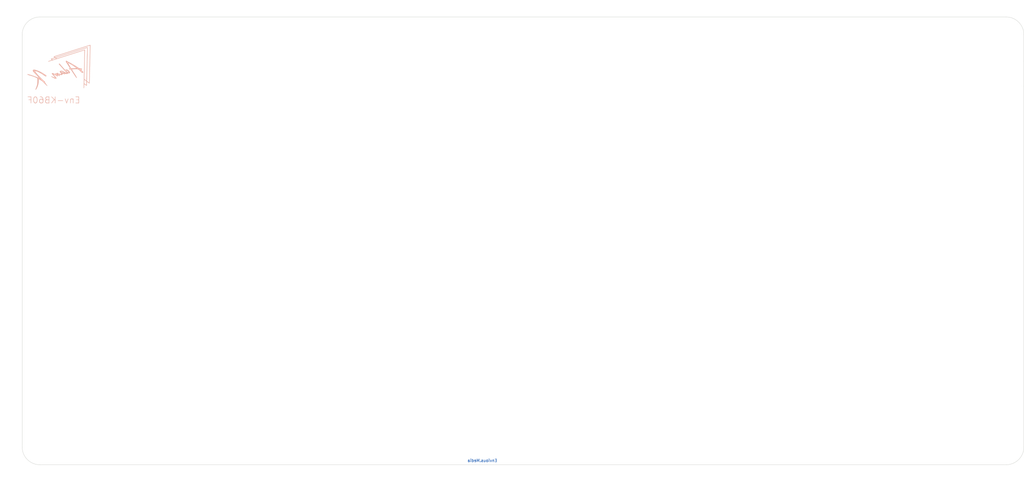
<source format=kicad_pcb>
(kicad_pcb (version 20171130) (host pcbnew "(5.1.9)-1")

  (general
    (thickness 1.6)
    (drawings 600)
    (tracks 0)
    (zones 0)
    (modules 9)
    (nets 2)
  )

  (page A2)
  (layers
    (0 F.Cu signal)
    (31 B.Cu signal)
    (32 B.Adhes user)
    (33 F.Adhes user)
    (34 B.Paste user)
    (35 F.Paste user)
    (36 B.SilkS user)
    (37 F.SilkS user)
    (38 B.Mask user)
    (39 F.Mask user)
    (40 Dwgs.User user)
    (41 Cmts.User user)
    (42 Eco1.User user)
    (43 Eco2.User user hide)
    (44 Edge.Cuts user)
    (45 Margin user)
    (46 B.CrtYd user)
    (47 F.CrtYd user)
    (48 B.Fab user)
    (49 F.Fab user)
  )

  (setup
    (last_trace_width 0.25)
    (user_trace_width 0.127)
    (user_trace_width 0.35)
    (user_trace_width 0.5)
    (user_trace_width 0.8)
    (user_trace_width 1)
    (user_trace_width 1.1938)
    (trace_clearance 0.2)
    (zone_clearance 0.508)
    (zone_45_only no)
    (trace_min 0.127)
    (via_size 0.8)
    (via_drill 0.4)
    (via_min_size 0.4)
    (via_min_drill 0.3)
    (uvia_size 0.3)
    (uvia_drill 0.1)
    (uvias_allowed no)
    (uvia_min_size 0.2)
    (uvia_min_drill 0.1)
    (edge_width 0.05)
    (segment_width 0.2)
    (pcb_text_width 0.3)
    (pcb_text_size 1.5 1.5)
    (mod_edge_width 0.12)
    (mod_text_size 1 1)
    (mod_text_width 0.15)
    (pad_size 1.5 1.5)
    (pad_drill 0.6)
    (pad_to_mask_clearance 0.051)
    (solder_mask_min_width 0.25)
    (aux_axis_origin 0 0)
    (visible_elements 7FFFFFFF)
    (pcbplotparams
      (layerselection 0x010fc_ffffffff)
      (usegerberextensions false)
      (usegerberattributes false)
      (usegerberadvancedattributes false)
      (creategerberjobfile false)
      (excludeedgelayer true)
      (linewidth 0.100000)
      (plotframeref false)
      (viasonmask false)
      (mode 1)
      (useauxorigin false)
      (hpglpennumber 1)
      (hpglpenspeed 20)
      (hpglpendiameter 15.000000)
      (psnegative false)
      (psa4output false)
      (plotreference true)
      (plotvalue true)
      (plotinvisibletext false)
      (padsonsilk false)
      (subtractmaskfromsilk false)
      (outputformat 1)
      (mirror false)
      (drillshape 0)
      (scaleselection 1)
      (outputdirectory "_gbr/"))
  )

  (net 0 "")
  (net 1 GND)

  (net_class Default "This is the default net class."
    (clearance 0.2)
    (trace_width 0.25)
    (via_dia 0.8)
    (via_drill 0.4)
    (uvia_dia 0.3)
    (uvia_drill 0.1)
  )

  (net_class USB ""
    (clearance 0.2)
    (trace_width 0.25)
    (via_dia 0.8)
    (via_drill 0.4)
    (uvia_dia 0.3)
    (uvia_drill 0.1)
    (diff_pair_width 0.8)
    (diff_pair_gap 0.25)
  )

  (module MountingHole:MountingHole_2.2mm_M2 (layer F.Cu) (tedit 56D1B4CB) (tstamp 609AF3AE)
    (at 353.05 36.5)
    (descr "Mounting Hole 2.2mm, no annular, M2")
    (tags "mounting hole 2.2mm no annular m2")
    (path /609431FD)
    (attr virtual)
    (fp_text reference H11 (at 0 -3.2) (layer Dwgs.User)
      (effects (font (size 1 1) (thickness 0.15)))
    )
    (fp_text value MountingHole (at 0 3.2) (layer F.Fab)
      (effects (font (size 1 1) (thickness 0.15)))
    )
    (fp_circle (center 0 0) (end 2.45 0) (layer F.CrtYd) (width 0.05))
    (fp_circle (center 0 0) (end 2.2 0) (layer Cmts.User) (width 0.15))
    (fp_text user %R (at 0.3 0) (layer F.Fab)
      (effects (font (size 1 1) (thickness 0.15)))
    )
    (pad 1 np_thru_hole circle (at 0 0) (size 2.2 2.2) (drill 2.2) (layers *.Cu *.Mask))
  )

  (module MountingHole:MountingHole_2.2mm_M2 (layer F.Cu) (tedit 56D1B4CB) (tstamp 608627F1)
    (at 314.1 84.1)
    (descr "Mounting Hole 2.2mm, no annular, M2")
    (tags "mounting hole 2.2mm no annular m2")
    (path /608EDB63)
    (attr virtual)
    (fp_text reference H10 (at 0 -3.2) (layer Dwgs.User)
      (effects (font (size 1 1) (thickness 0.15)))
    )
    (fp_text value MountingHole (at 0 3.2) (layer F.Fab)
      (effects (font (size 1 1) (thickness 0.15)))
    )
    (fp_circle (center 0 0) (end 2.45 0) (layer F.CrtYd) (width 0.05))
    (fp_circle (center 0 0) (end 2.2 0) (layer Cmts.User) (width 0.15))
    (fp_text user %R (at 0.3 0) (layer F.Fab)
      (effects (font (size 1 1) (thickness 0.15)))
    )
    (pad 1 np_thru_hole circle (at 0 0) (size 2.2 2.2) (drill 2.2) (layers *.Cu *.Mask))
  )

  (module MountingHole:MountingHole_2.2mm_M2 (layer F.Cu) (tedit 56D1B4CB) (tstamp 608627E9)
    (at 218.5 84)
    (descr "Mounting Hole 2.2mm, no annular, M2")
    (tags "mounting hole 2.2mm no annular m2")
    (path /608DD691)
    (attr virtual)
    (fp_text reference H9 (at 0 -3.2) (layer Dwgs.User)
      (effects (font (size 1 1) (thickness 0.15)))
    )
    (fp_text value MountingHole (at 0 3.2) (layer F.Fab)
      (effects (font (size 1 1) (thickness 0.15)))
    )
    (fp_circle (center 0 0) (end 2.45 0) (layer F.CrtYd) (width 0.05))
    (fp_circle (center 0 0) (end 2.2 0) (layer Cmts.User) (width 0.15))
    (fp_text user %R (at 0.3 0) (layer F.Fab)
      (effects (font (size 1 1) (thickness 0.15)))
    )
    (pad 1 np_thru_hole circle (at 0 0) (size 2.2 2.2) (drill 2.2) (layers *.Cu *.Mask))
  )

  (module MountingHole:MountingHole_2.2mm_M2 (layer F.Cu) (tedit 56D1B4CB) (tstamp 609277E2)
    (at 338 155.5)
    (descr "Mounting Hole 2.2mm, no annular, M2")
    (tags "mounting hole 2.2mm no annular m2")
    (path /609389FB)
    (attr virtual)
    (fp_text reference H6 (at 0 -3.2) (layer Dwgs.User)
      (effects (font (size 1 1) (thickness 0.15)))
    )
    (fp_text value MountingHole (at 0 3.2) (layer F.Fab)
      (effects (font (size 1 1) (thickness 0.15)))
    )
    (fp_circle (center 0 0) (end 2.45 0) (layer F.CrtYd) (width 0.05))
    (fp_circle (center 0 0) (end 2.2 0) (layer Cmts.User) (width 0.15))
    (fp_text user %R (at 0.3 0) (layer F.Fab)
      (effects (font (size 1 1) (thickness 0.15)))
    )
    (pad 1 np_thru_hole circle (at 0 0) (size 2.2 2.2) (drill 2.2) (layers *.Cu *.Mask))
  )

  (module MountingHole:MountingHole_2.2mm_M2 (layer F.Cu) (tedit 56D1B4CB) (tstamp 609277DA)
    (at 101.8 84.1)
    (descr "Mounting Hole 2.2mm, no annular, M2")
    (tags "mounting hole 2.2mm no annular m2")
    (path /609389F5)
    (attr virtual)
    (fp_text reference H4 (at 0 -3.2) (layer Dwgs.User)
      (effects (font (size 1 1) (thickness 0.15)))
    )
    (fp_text value MountingHole (at 0 3.2) (layer F.Fab)
      (effects (font (size 1 1) (thickness 0.15)))
    )
    (fp_circle (center 0 0) (end 2.45 0) (layer F.CrtYd) (width 0.05))
    (fp_circle (center 0 0) (end 2.2 0) (layer Cmts.User) (width 0.15))
    (fp_text user %R (at 0.3 0) (layer F.Fab)
      (effects (font (size 1 1) (thickness 0.15)))
    )
    (pad 1 np_thru_hole circle (at 0 0) (size 2.2 2.2) (drill 2.2) (layers *.Cu *.Mask))
  )

  (module MountingHole:MountingHole_2.2mm_M2 (layer F.Cu) (tedit 56D1B4CB) (tstamp 608627D1)
    (at 87 38.1)
    (descr "Mounting Hole 2.2mm, no annular, M2")
    (tags "mounting hole 2.2mm no annular m2")
    (path /608ACB73)
    (attr virtual)
    (fp_text reference H3 (at 0 -3.2) (layer Dwgs.User)
      (effects (font (size 1 1) (thickness 0.15)))
    )
    (fp_text value MountingHole (at 0 3.2) (layer F.Fab)
      (effects (font (size 1 1) (thickness 0.15)))
    )
    (fp_circle (center 0 0) (end 2.45 0) (layer F.CrtYd) (width 0.05))
    (fp_circle (center 0 0) (end 2.2 0) (layer Cmts.User) (width 0.15))
    (fp_text user %R (at 0.3 0) (layer F.Fab)
      (effects (font (size 1 1) (thickness 0.15)))
    )
    (pad 1 np_thru_hole circle (at 0 0) (size 2.2 2.2) (drill 2.2) (layers *.Cu *.Mask))
  )

  (module MountingHole:MountingHole_2.2mm_M2 (layer F.Cu) (tedit 56D1B4CB) (tstamp 609277D2)
    (at 99.75 155.5)
    (descr "Mounting Hole 2.2mm, no annular, M2")
    (tags "mounting hole 2.2mm no annular m2")
    (path /609389EF)
    (attr virtual)
    (fp_text reference H2 (at 0 -3.2) (layer Dwgs.User)
      (effects (font (size 1 1) (thickness 0.15)))
    )
    (fp_text value MountingHole (at 0 3.2) (layer F.Fab)
      (effects (font (size 1 1) (thickness 0.15)))
    )
    (fp_circle (center 0 0) (end 2.45 0) (layer F.CrtYd) (width 0.05))
    (fp_circle (center 0 0) (end 2.2 0) (layer Cmts.User) (width 0.15))
    (fp_text user %R (at 0.3 0) (layer F.Fab)
      (effects (font (size 1 1) (thickness 0.15)))
    )
    (pad 1 np_thru_hole circle (at 0 0) (size 2.2 2.2) (drill 2.2) (layers *.Cu *.Mask))
  )

  (module MountingHole:MountingHole_2.2mm_M2 (layer F.Cu) (tedit 56D1B4CB) (tstamp 608627C9)
    (at 218.5 154)
    (descr "Mounting Hole 2.2mm, no annular, M2")
    (tags "mounting hole 2.2mm no annular m2")
    (path /608AB119)
    (attr virtual)
    (fp_text reference H1 (at 0 -3.2) (layer Dwgs.User)
      (effects (font (size 1 1) (thickness 0.15)))
    )
    (fp_text value MountingHole (at 0 3.2) (layer F.Fab)
      (effects (font (size 1 1) (thickness 0.15)))
    )
    (fp_circle (center 0 0) (end 2.45 0) (layer F.CrtYd) (width 0.05))
    (fp_circle (center 0 0) (end 2.2 0) (layer Cmts.User) (width 0.15))
    (fp_text user %R (at 0.3 0) (layer F.Fab)
      (effects (font (size 1 1) (thickness 0.15)))
    )
    (pad 1 np_thru_hole circle (at 0 0) (size 2.2 2.2) (drill 2.2) (layers *.Cu *.Mask))
  )

  (module AKLogo:logo locked (layer B.Cu) (tedit 0) (tstamp 60937EC3)
    (at 87.25 47.5 180)
    (fp_text reference G*** (at 0 0) (layer B.SilkS) hide
      (effects (font (size 1.524 1.524) (thickness 0.3)) (justify mirror))
    )
    (fp_text value LOGO (at 0.75 0) (layer B.SilkS) hide
      (effects (font (size 1.524 1.524) (thickness 0.3)) (justify mirror))
    )
    (fp_poly (pts (xy -2.179093 2.122495) (xy -2.138471 2.103294) (xy -2.085744 2.05495) (xy -2.072165 1.981762)
      (xy -2.099785 1.876513) (xy -2.170654 1.731986) (xy -2.286823 1.540964) (xy -2.307195 1.509522)
      (xy -2.537581 1.153835) (xy -2.737605 0.840371) (xy -2.905531 0.571997) (xy -3.03962 0.351578)
      (xy -3.138132 0.181978) (xy -3.199331 0.066063) (xy -3.221476 0.006699) (xy -3.221324 0.002857)
      (xy -3.182236 -0.040074) (xy -3.098689 -0.077543) (xy -3.074968 -0.083945) (xy -2.987948 -0.116003)
      (xy -2.941521 -0.155473) (xy -2.939143 -0.165185) (xy -2.972004 -0.206138) (xy -3.057127 -0.244801)
      (xy -3.174321 -0.274736) (xy -3.303394 -0.289508) (xy -3.330966 -0.290084) (xy -3.371389 -0.292604)
      (xy -3.408813 -0.304982) (xy -3.449412 -0.334664) (xy -3.499361 -0.389097) (xy -3.564834 -0.475728)
      (xy -3.652005 -0.602005) (xy -3.767049 -0.775373) (xy -3.893395 -0.968436) (xy -4.164356 -1.382468)
      (xy -4.398013 -1.737304) (xy -4.595832 -2.035099) (xy -4.759281 -2.278002) (xy -4.889826 -2.468167)
      (xy -4.988933 -2.607746) (xy -5.058071 -2.69889) (xy -5.098705 -2.743751) (xy -5.107195 -2.749184)
      (xy -5.156549 -2.733573) (xy -5.175058 -2.705049) (xy -5.170878 -2.629636) (xy -5.122821 -2.499716)
      (xy -5.032171 -2.317591) (xy -4.900212 -2.085562) (xy -4.728229 -1.805928) (xy -4.517506 -1.480993)
      (xy -4.364123 -1.252118) (xy -4.208113 -1.015557) (xy -4.074547 -0.800449) (xy -3.967243 -0.613887)
      (xy -3.890019 -0.462966) (xy -3.846695 -0.354781) (xy -3.841089 -0.296425) (xy -3.846372 -0.290232)
      (xy -3.904203 -0.275712) (xy -4.020131 -0.262142) (xy -4.179685 -0.250093) (xy -4.368393 -0.240134)
      (xy -4.571783 -0.232836) (xy -4.775382 -0.228767) (xy -4.964719 -0.228499) (xy -5.12532 -0.2326)
      (xy -5.197513 -0.237035) (xy -5.328134 -0.250286) (xy -5.43869 -0.2709) (xy -5.539599 -0.305328)
      (xy -5.641282 -0.360022) (xy -5.754155 -0.441433) (xy -5.888637 -0.556015) (xy -6.055148 -0.710218)
      (xy -6.226582 -0.87431) (xy -6.416056 -1.053131) (xy -6.561562 -1.181586) (xy -6.667609 -1.263319)
      (xy -6.738707 -1.301968) (xy -6.761536 -1.306286) (xy -6.848218 -1.284697) (xy -6.940337 -1.231971)
      (xy -7.012495 -1.166172) (xy -7.039428 -1.108653) (xy -7.014745 -1.066535) (xy -6.947377 -0.985793)
      (xy -6.847348 -0.877684) (xy -6.724684 -0.753467) (xy -6.712919 -0.741925) (xy -6.386411 -0.422418)
      (xy -6.522112 -0.346299) (xy -6.60882 -0.286912) (xy -6.662123 -0.23011) (xy -6.668443 -0.214979)
      (xy -6.64487 -0.158543) (xy -6.559753 -0.105113) (xy -6.424106 -0.059179) (xy -6.248939 -0.025232)
      (xy -6.183865 -0.017376) (xy -6.033063 0.001854) (xy -5.907651 0.029471) (xy -5.789533 0.073051)
      (xy -5.719737 0.109389) (xy -5.007428 0.109389) (xy -4.97259 0.086347) (xy -4.873863 0.064542)
      (xy -4.71993 0.044838) (xy -4.519471 0.028096) (xy -4.28117 0.015179) (xy -4.013707 0.006949)
      (xy -3.967263 0.006099) (xy -3.598383 0) (xy -3.491129 0.136071) (xy -3.437001 0.215034)
      (xy -3.357962 0.343702) (xy -3.262631 0.507419) (xy -3.159626 0.69153) (xy -3.101694 0.798285)
      (xy -3.0033 0.980568) (xy -2.9136 1.144565) (xy -2.839571 1.277684) (xy -2.78819 1.367335)
      (xy -2.77047 1.396002) (xy -2.727471 1.477912) (xy -2.73987 1.515796) (xy -2.805782 1.510181)
      (xy -2.923319 1.461593) (xy -3.090595 1.37056) (xy -3.281031 1.253464) (xy -3.404107 1.176819)
      (xy -3.55948 1.082913) (xy -3.716348 0.99033) (xy -3.737428 0.978096) (xy -3.872083 0.89712)
      (xy -4.032312 0.795999) (xy -4.207791 0.681795) (xy -4.388196 0.561571) (xy -4.563202 0.442387)
      (xy -4.722485 0.331308) (xy -4.85572 0.235394) (xy -4.952583 0.161708) (xy -5.002749 0.117312)
      (xy -5.007428 0.109389) (xy -5.719737 0.109389) (xy -5.660609 0.140172) (xy -5.502781 0.238412)
      (xy -5.382953 0.317949) (xy -5.064304 0.526587) (xy -4.717224 0.744138) (xy -4.355067 0.962892)
      (xy -3.991189 1.175139) (xy -3.638942 1.373167) (xy -3.311681 1.549267) (xy -3.022759 1.695729)
      (xy -2.879619 1.763327) (xy -2.727587 1.84021) (xy -2.582965 1.926211) (xy -2.473337 2.004702)
      (xy -2.459939 2.016306) (xy -2.350613 2.102969) (xy -2.263772 2.136533) (xy -2.179093 2.122495)) (layer B.SilkS) (width 0.01))
    (fp_poly (pts (xy -0.245497 1.303847) (xy -0.163398 1.281005) (xy -0.119529 1.270144) (xy -0.118168 1.27)
      (xy -0.109996 1.240186) (xy -0.108857 1.212913) (xy -0.13247 1.16475) (xy -0.196533 1.077545)
      (xy -0.290882 0.964264) (xy -0.390071 0.85418) (xy -0.515673 0.718362) (xy -0.672979 0.546627)
      (xy -0.845369 0.357206) (xy -1.016226 0.168328) (xy -1.088571 0.087936) (xy -1.269386 -0.11265)
      (xy -1.474642 -0.339176) (xy -1.682099 -0.567164) (xy -1.869517 -0.772136) (xy -1.914071 -0.820652)
      (xy -2.049819 -0.969488) (xy -2.166456 -1.099642) (xy -2.255849 -1.201855) (xy -2.309865 -1.266865)
      (xy -2.322285 -1.285464) (xy -2.294544 -1.305904) (xy -2.28801 -1.306286) (xy -2.234254 -1.29015)
      (xy -2.129617 -1.245916) (xy -1.987142 -1.179843) (xy -1.819872 -1.098192) (xy -1.640847 -1.007224)
      (xy -1.463111 -0.913198) (xy -1.418795 -0.889063) (xy -1.154216 -0.764401) (xy -0.92248 -0.700147)
      (xy -0.717559 -0.695429) (xy -0.533423 -0.749372) (xy -0.515472 -0.758188) (xy -0.424813 -0.813723)
      (xy -0.376749 -0.873441) (xy -0.372865 -0.94755) (xy -0.414744 -1.046256) (xy -0.503974 -1.179768)
      (xy -0.600517 -1.30583) (xy -0.695976 -1.43322) (xy -0.766697 -1.539877) (xy -0.804795 -1.613101)
      (xy -0.807127 -1.638531) (xy -0.750631 -1.651532) (xy -0.63145 -1.638902) (xy -0.44787 -1.600362)
      (xy -0.237305 -1.546319) (xy -0.111556 -1.514943) (xy -0.007258 -1.493675) (xy 0.042633 -1.487715)
      (xy 0.10908 -1.458636) (xy 0.145143 -1.415143) (xy 0.214098 -1.329904) (xy 0.304522 -1.269691)
      (xy 0.390324 -1.25016) (xy 0.412173 -1.254917) (xy 0.459196 -1.308927) (xy 0.471715 -1.385185)
      (xy 0.478302 -1.458564) (xy 0.509327 -1.476201) (xy 0.553358 -1.464621) (xy 0.68195 -1.441254)
      (xy 0.802302 -1.453857) (xy 0.895195 -1.496606) (xy 0.941416 -1.563674) (xy 0.943429 -1.582872)
      (xy 0.953665 -1.620269) (xy 0.991638 -1.627632) (xy 1.068247 -1.602848) (xy 1.194389 -1.543802)
      (xy 1.225678 -1.52812) (xy 1.446527 -1.426275) (xy 1.616982 -1.369828) (xy 1.742171 -1.357443)
      (xy 1.808935 -1.375994) (xy 1.849702 -1.399279) (xy 1.876445 -1.423712) (xy 1.885118 -1.4557)
      (xy 1.871672 -1.501651) (xy 1.83206 -1.567973) (xy 1.762234 -1.661074) (xy 1.658146 -1.78736)
      (xy 1.515748 -1.953242) (xy 1.330993 -2.165125) (xy 1.257062 -2.249635) (xy 1.140752 -2.385587)
      (xy 1.046255 -2.501864) (xy 0.981754 -2.587937) (xy 0.955436 -2.633278) (xy 0.955853 -2.637091)
      (xy 0.969637 -2.644116) (xy 0.996611 -2.642258) (xy 1.046239 -2.628155) (xy 1.127986 -2.598444)
      (xy 1.251319 -2.549762) (xy 1.425703 -2.478747) (xy 1.578429 -2.41592) (xy 1.771859 -2.337479)
      (xy 1.907984 -2.286425) (xy 1.995885 -2.260829) (xy 2.044641 -2.258761) (xy 2.063335 -2.278292)
      (xy 2.061875 -2.313215) (xy 2.025984 -2.353234) (xy 1.936416 -2.416302) (xy 1.805753 -2.495858)
      (xy 1.646573 -2.585341) (xy 1.471458 -2.678188) (xy 1.292988 -2.767839) (xy 1.123741 -2.847733)
      (xy 0.976298 -2.911308) (xy 0.86324 -2.952002) (xy 0.816429 -2.962801) (xy 0.692889 -2.96388)
      (xy 0.625929 -2.93495) (xy 0.594158 -2.867822) (xy 0.580579 -2.770718) (xy 0.580572 -2.768624)
      (xy 0.587903 -2.70981) (xy 0.615243 -2.646509) (xy 0.67061 -2.567262) (xy 0.762024 -2.460611)
      (xy 0.897501 -2.3151) (xy 0.899269 -2.313238) (xy 1.089571 -2.108672) (xy 1.238248 -1.940029)
      (xy 1.342478 -1.810801) (xy 1.399439 -1.724481) (xy 1.406939 -1.68513) (xy 1.36578 -1.690866)
      (xy 1.275858 -1.728852) (xy 1.149652 -1.792396) (xy 0.999637 -1.874806) (xy 0.83829 -1.969388)
      (xy 0.678086 -2.06945) (xy 0.622477 -2.105937) (xy 0.458927 -2.207177) (xy 0.338958 -2.261136)
      (xy 0.252936 -2.269879) (xy 0.19123 -2.235469) (xy 0.166992 -2.203546) (xy 0.149576 -2.146057)
      (xy 0.170124 -2.070671) (xy 0.209727 -1.994903) (xy 0.255583 -1.898011) (xy 0.253798 -1.853135)
      (xy 0.206911 -1.859862) (xy 0.117457 -1.91778) (xy -0.012025 -2.026475) (xy -0.018143 -2.032)
      (xy -0.130852 -2.131888) (xy -0.204714 -2.188118) (xy -0.253511 -2.207) (xy -0.291025 -2.194843)
      (xy -0.319314 -2.169886) (xy -0.360475 -2.083368) (xy -0.334334 -1.977299) (xy -0.246882 -1.861371)
      (xy -0.182445 -1.790199) (xy -0.165073 -1.75366) (xy -0.19996 -1.750294) (xy -0.2923 -1.778643)
      (xy -0.399142 -1.818591) (xy -0.59927 -1.877514) (xy -0.784638 -1.898679) (xy -0.944282 -1.884144)
      (xy -1.067235 -1.835968) (xy -1.142534 -1.756208) (xy -1.161143 -1.675564) (xy -1.14552 -1.582795)
      (xy -1.115785 -1.525917) (xy -1.09216 -1.492926) (xy -1.125607 -1.497938) (xy -1.143 -1.504243)
      (xy -1.377542 -1.588278) (xy -1.557502 -1.641994) (xy -1.693759 -1.666401) (xy -1.797191 -1.662508)
      (xy -1.878677 -1.631323) (xy -1.944437 -1.578576) (xy -2.010879 -1.520574) (xy -2.060681 -1.51127)
      (xy -2.115144 -1.538218) (xy -2.205493 -1.57843) (xy -2.3201 -1.610174) (xy -2.333637 -1.612714)
      (xy -2.423078 -1.622131) (xy -2.487628 -1.603211) (xy -2.556441 -1.543978) (xy -2.591106 -1.506954)
      (xy -2.663303 -1.432896) (xy -2.722567 -1.396999) (xy -2.797651 -1.389653) (xy -2.909929 -1.400378)
      (xy -3.029889 -1.410653) (xy -3.104105 -1.402188) (xy -3.1582 -1.36942) (xy -3.187673 -1.340083)
      (xy -3.198706 -1.325073) (xy -1.591375 -1.325073) (xy -1.589046 -1.345316) (xy -1.526898 -1.332077)
      (xy -1.403568 -1.285308) (xy -1.217697 -1.204961) (xy -1.150677 -1.174818) (xy -0.993217 -1.100405)
      (xy -0.854837 -1.029295) (xy -0.75259 -0.970588) (xy -0.708579 -0.938961) (xy -0.66419 -0.892704)
      (xy -0.672633 -0.874279) (xy -0.74316 -0.870867) (xy -0.757738 -0.870858) (xy -0.887801 -0.894774)
      (xy -1.054591 -0.961617) (xy -1.242507 -1.064025) (xy -1.422015 -1.184331) (xy -1.535244 -1.271395)
      (xy -1.591375 -1.325073) (xy -3.198706 -1.325073) (xy -3.24307 -1.264718) (xy -3.265714 -1.202835)
      (xy -3.248687 -1.147757) (xy -2.916381 -1.147757) (xy -2.870057 -1.1601) (xy -2.769206 -1.131277)
      (xy -2.616258 -1.061562) (xy -2.615853 -1.061358) (xy -2.465692 -0.964817) (xy -2.339268 -0.845232)
      (xy -2.250605 -0.71895) (xy -2.213729 -0.602314) (xy -2.213428 -0.592339) (xy -2.21778 -0.535936)
      (xy -2.244257 -0.526329) (xy -2.31299 -0.557627) (xy -2.31988 -0.561185) (xy -2.401704 -0.615294)
      (xy -2.512149 -0.703387) (xy -2.634348 -0.810123) (xy -2.751435 -0.920165) (xy -2.846541 -1.018173)
      (xy -2.902801 -1.088807) (xy -2.905749 -1.093976) (xy -2.916381 -1.147757) (xy -3.248687 -1.147757)
      (xy -3.24191 -1.125839) (xy -3.178261 -1.014221) (xy -3.086413 -0.884496) (xy -2.978012 -0.753182)
      (xy -2.870233 -0.641937) (xy -2.656729 -0.468921) (xy -2.459687 -0.365533) (xy -2.277143 -0.331205)
      (xy -2.107136 -0.36537) (xy -2.037002 -0.40122) (xy -1.988425 -0.430717) (xy -1.948078 -0.447761)
      (xy -1.907953 -0.446436) (xy -1.860043 -0.420828) (xy -1.796339 -0.365021) (xy -1.708835 -0.2731)
      (xy -1.589523 -0.139149) (xy -1.430394 0.042746) (xy -1.42018 0.054428) (xy -1.261584 0.235157)
      (xy -1.087281 0.432754) (xy -0.918333 0.6234) (xy -0.775797 0.783275) (xy -0.774928 0.784246)
      (xy -0.653589 0.923529) (xy -0.545838 1.054219) (xy -0.463834 1.161125) (xy -0.421116 1.226307)
      (xy -0.375582 1.299936) (xy -0.326106 1.320646) (xy -0.245497 1.303847)) (layer B.SilkS) (width 0.01))
    (fp_poly (pts (xy -9.01819 6.613581) (xy -8.989444 6.608657) (xy -8.945286 6.598383) (xy -8.882506 6.58176)
      (xy -8.797896 6.557787) (xy -8.688248 6.525466) (xy -8.550352 6.483795) (xy -8.381 6.431776)
      (xy -8.176984 6.368408) (xy -7.935095 6.292692) (xy -7.652123 6.203627) (xy -7.324861 6.100215)
      (xy -6.9501 5.981455) (xy -6.524632 5.846348) (xy -6.045246 5.693893) (xy -5.508736 5.523091)
      (xy -4.911892 5.332942) (xy -4.251506 5.122446) (xy -3.719285 4.952757) (xy -3.268823 4.809174)
      (xy -2.805483 4.661583) (xy -2.339221 4.513148) (xy -1.879993 4.367035) (xy -1.437754 4.22641)
      (xy -1.022458 4.094438) (xy -0.644062 3.974285) (xy -0.31252 3.869114) (xy -0.037788 3.782093)
      (xy 0.018143 3.764401) (xy 0.309515 3.671671) (xy 0.580001 3.58445) (xy 0.821546 3.505421)
      (xy 1.02609 3.43727) (xy 1.185577 3.382681) (xy 1.291949 3.344339) (xy 1.337149 3.324929)
      (xy 1.337212 3.324881) (xy 1.354723 3.293001) (xy 1.328718 3.246182) (xy 1.251726 3.172372)
      (xy 1.232377 3.155717) (xy 1.078474 3.02448) (xy 1.564309 2.870634) (xy 1.743476 2.813877)
      (xy 1.899595 2.76438) (xy 2.018719 2.726567) (xy 2.086906 2.704863) (xy 2.0955 2.702104)
      (xy 2.13905 2.663396) (xy 2.120794 2.601648) (xy 2.04451 2.524895) (xy 1.995715 2.489878)
      (xy 1.910758 2.428562) (xy 1.858536 2.381055) (xy 1.850629 2.367128) (xy 1.883417 2.347693)
      (xy 1.97376 2.311774) (xy 2.109687 2.263694) (xy 2.279231 2.20778) (xy 2.376386 2.177143)
      (xy 2.58712 2.10994) (xy 2.736402 2.057633) (xy 2.832916 2.016477) (xy 2.885347 1.98273)
      (xy 2.902378 1.952647) (xy 2.902471 1.950357) (xy 2.878412 1.896669) (xy 2.850711 1.886857)
      (xy 2.805126 1.897534) (xy 2.698583 1.92791) (xy 2.539226 1.975498) (xy 2.335193 2.037815)
      (xy 2.094628 2.112373) (xy 1.82567 2.196689) (xy 1.553497 2.282857) (xy 0.586907 2.59029)
      (xy 0.15091 2.728967) (xy 0.699902 2.728967) (xy 0.723266 2.706906) (xy 0.742566 2.698866)
      (xy 0.84272 2.662885) (xy 0.978927 2.617351) (xy 1.13393 2.567614) (xy 1.29047 2.519023)
      (xy 1.431287 2.476931) (xy 1.539124 2.446685) (xy 1.59672 2.433638) (xy 1.598594 2.433499)
      (xy 1.662478 2.452385) (xy 1.750328 2.502184) (xy 1.77284 2.518049) (xy 1.890635 2.604956)
      (xy 1.405229 2.767218) (xy 0.919823 2.929479) (xy 0.795555 2.827902) (xy 0.721907 2.764207)
      (xy 0.699902 2.728967) (xy 0.15091 2.728967) (xy -0.31244 2.876344) (xy -1.146463 3.141631)
      (xy -1.917078 3.386761) (xy -2.626204 3.612343) (xy -3.275757 3.818989) (xy -3.867657 4.007309)
      (xy -4.40382 4.177912) (xy -4.886163 4.33141) (xy -5.316605 4.468413) (xy -5.697064 4.58953)
      (xy -6.029456 4.695374) (xy -6.3157 4.786553) (xy -6.557712 4.863679) (xy -6.757411 4.927361)
      (xy -6.916715 4.97821) (xy -7.037541 5.016836) (xy -7.121806 5.043851) (xy -7.171428 5.059863)
      (xy -7.181266 5.06308) (xy -7.341247 5.11581) (xy -7.316537 3.891405) (xy -7.303553 3.252535)
      (xy -7.289949 2.591471) (xy -7.275893 1.916039) (xy -7.261555 1.23406) (xy -7.247105 0.55336)
      (xy -7.232711 -0.118239) (xy -7.218543 -0.772912) (xy -7.204771 -1.402836) (xy -7.191564 -2.000187)
      (xy -7.179091 -2.557141) (xy -7.167521 -3.065874) (xy -7.157025 -3.518564) (xy -7.147772 -3.907385)
      (xy -7.146832 -3.946137) (xy -7.139197 -4.281184) (xy -7.133049 -4.594154) (xy -7.128464 -4.877528)
      (xy -7.125518 -5.123784) (xy -7.124287 -5.325404) (xy -7.124848 -5.474868) (xy -7.127277 -5.564656)
      (xy -7.130183 -5.588066) (xy -7.182929 -5.622099) (xy -7.200722 -5.624286) (xy -7.220532 -5.60702)
      (xy -7.236789 -5.549844) (xy -7.250531 -5.444687) (xy -7.262797 -5.283481) (xy -7.274625 -5.058156)
      (xy -7.27519 -5.045801) (xy -7.301506 -4.467316) (xy -7.611429 -4.701087) (xy -7.74323 -4.79722)
      (xy -7.857014 -4.874171) (xy -7.938581 -4.92269) (xy -7.970247 -4.934857) (xy -8.006766 -4.899977)
      (xy -8.023342 -4.795388) (xy -8.023916 -4.780643) (xy -8.027897 -4.680224) (xy -8.034907 -4.52994)
      (xy -8.043856 -4.352383) (xy -8.051131 -4.215934) (xy -8.073571 -3.805439) (xy -8.416056 -4.062134)
      (xy -8.551523 -4.159923) (xy -8.666265 -4.235733) (xy -8.748068 -4.28197) (xy -8.784575 -4.291201)
      (xy -8.788689 -4.278249) (xy -8.792869 -4.246099) (xy -8.797192 -4.191736) (xy -8.801737 -4.112145)
      (xy -8.806581 -4.004312) (xy -8.811801 -3.865222) (xy -8.817475 -3.69186) (xy -8.82368 -3.481212)
      (xy -8.830494 -3.230262) (xy -8.837994 -2.935996) (xy -8.846258 -2.5954) (xy -8.855364 -2.205457)
      (xy -8.865388 -1.763155) (xy -8.876408 -1.265477) (xy -8.888502 -0.709409) (xy -8.901748 -0.091937)
      (xy -8.916222 0.589954) (xy -8.932003 1.33928) (xy -8.943856 1.905) (xy -8.953752 2.368136)
      (xy -8.964135 2.835883) (xy -8.97478 3.299074) (xy -8.985459 3.74854) (xy -8.995945 4.175111)
      (xy -9.006011 4.569621) (xy -9.01543 4.922899) (xy -9.023975 5.225778) (xy -9.031419 5.469089)
      (xy -9.034142 5.550724) (xy -9.042388 5.817682) (xy -9.047424 6.033673) (xy -8.885041 6.033673)
      (xy -8.882369 5.794295) (xy -8.876094 5.488155) (xy -8.874789 5.433785) (xy -8.870264 5.244132)
      (xy -8.864345 4.989432) (xy -8.857199 4.677196) (xy -8.848995 4.314932) (xy -8.839899 3.91015)
      (xy -8.830081 3.470358) (xy -8.819708 3.003066) (xy -8.808948 2.515782) (xy -8.797969 2.016015)
      (xy -8.786938 1.511275) (xy -8.780898 1.233714) (xy -8.769888 0.727835) (xy -8.758834 0.221627)
      (xy -8.747905 -0.277261) (xy -8.737272 -0.761183) (xy -8.727102 -1.222492) (xy -8.717564 -1.653539)
      (xy -8.708829 -2.046679) (xy -8.701064 -2.394263) (xy -8.694439 -2.688644) (xy -8.689123 -2.922175)
      (xy -8.686892 -3.018752) (xy -8.662657 -4.059932) (xy -8.368114 -3.838148) (xy -8.244261 -3.744983)
      (xy -8.161667 -3.683) (xy -7.91857 -3.683) (xy -7.896472 -4.027715) (xy -7.886506 -4.199481)
      (xy -7.878829 -4.362753) (xy -7.874628 -4.490939) (xy -7.874187 -4.526643) (xy -7.869727 -4.620866)
      (xy -7.858733 -4.675419) (xy -7.853281 -4.680857) (xy -7.817345 -4.660124) (xy -7.738032 -4.604481)
      (xy -7.629101 -4.523764) (xy -7.562995 -4.473357) (xy -7.293428 -4.265857) (xy -7.296607 -3.938143)
      (xy -7.300865 -3.765534) (xy -7.309359 -3.597399) (xy -7.32047 -3.463613) (xy -7.323821 -3.436432)
      (xy -7.347857 -3.262435) (xy -7.633213 -3.472717) (xy -7.91857 -3.683) (xy -8.161667 -3.683)
      (xy -8.144345 -3.670001) (xy -8.080999 -3.62267) (xy -8.065205 -3.611078) (xy -8.064487 -3.574453)
      (xy -8.065391 -3.469074) (xy -8.067837 -3.298741) (xy -8.071746 -3.067252) (xy -8.07704 -2.778406)
      (xy -8.083638 -2.436) (xy -8.091461 -2.043834) (xy -8.100431 -1.605705) (xy -8.110468 -1.125413)
      (xy -8.121492 -0.606756) (xy -8.133425 -0.053533) (xy -8.146187 0.530459) (xy -8.159698 1.141421)
      (xy -8.17388 1.775554) (xy -8.188654 2.429059) (xy -8.203939 3.098139) (xy -8.217431 3.682975)
      (xy -8.226205 4.080505) (xy -8.233657 4.456482) (xy -8.239718 4.804641) (xy -8.244319 5.118716)
      (xy -8.247391 5.39244) (xy -8.248867 5.619546) (xy -8.248676 5.793769) (xy -8.248568 5.80025)
      (xy -8.126612 5.80025) (xy -8.10927 5.539911) (xy -8.10524 5.453632) (xy -8.100116 5.302674)
      (xy -8.094095 5.094917) (xy -8.087371 4.83824) (xy -8.080141 4.540524) (xy -8.072599 4.209649)
      (xy -8.064943 3.853495) (xy -8.057366 3.479943) (xy -8.054611 3.338285) (xy -8.04621 2.909972)
      (xy -8.036988 2.455075) (xy -8.027259 1.988155) (xy -8.017336 1.52377) (xy -8.007534 1.076482)
      (xy -7.998168 0.660849) (xy -7.98955 0.291433) (xy -7.983341 0.036285) (xy -7.974219 -0.333326)
      (xy -7.9645 -0.734222) (xy -7.954633 -1.147381) (xy -7.945069 -1.553781) (xy -7.936256 -1.9344)
      (xy -7.928645 -2.270215) (xy -7.925679 -2.40401) (xy -7.90197 -3.483592) (xy -7.751913 -3.371852)
      (xy -7.630065 -3.281927) (xy -7.504332 -3.190331) (xy -7.46656 -3.163127) (xy -7.391078 -3.104601)
      (xy -7.350552 -3.050634) (xy -7.334029 -2.975884) (xy -7.330554 -2.855008) (xy -7.33053 -2.848429)
      (xy -7.331163 -2.757885) (xy -7.333344 -2.601143) (xy -7.336937 -2.384559) (xy -7.341803 -2.114486)
      (xy -7.347807 -1.79728) (xy -7.354811 -1.439296) (xy -7.362679 -1.046886) (xy -7.371274 -0.626407)
      (xy -7.380458 -0.184213) (xy -7.390095 0.273342) (xy -7.400048 0.739903) (xy -7.41018 1.209115)
      (xy -7.420355 1.674625) (xy -7.430434 2.130076) (xy -7.440283 2.569115) (xy -7.449762 2.985388)
      (xy -7.458737 3.372539) (xy -7.467069 3.724214) (xy -7.474622 4.034058) (xy -7.481259 4.295717)
      (xy -7.486844 4.502836) (xy -7.491238 4.649061) (xy -7.493233 4.704574) (xy -7.500668 4.952361)
      (xy -7.500145 5.131414) (xy -7.491695 5.240542) (xy -7.478034 5.277607) (xy -7.437371 5.271229)
      (xy -7.334049 5.244479) (xy -7.174472 5.199281) (xy -6.965041 5.137559) (xy -6.712161 5.061239)
      (xy -6.422233 4.972243) (xy -6.101661 4.872498) (xy -5.756847 4.763928) (xy -5.543627 4.696191)
      (xy -5.146669 4.569698) (xy -4.737414 4.439336) (xy -4.32735 4.30876) (xy -3.927968 4.181628)
      (xy -3.550757 4.061596) (xy -3.207207 3.952321) (xy -2.908807 3.857459) (xy -2.667047 3.780668)
      (xy -2.648857 3.774894) (xy -2.330015 3.673651) (xy -1.965167 3.557719) (xy -1.57745 3.434458)
      (xy -1.19 3.311222) (xy -0.825954 3.195369) (xy -0.593038 3.121204) (xy 0.464923 2.784222)
      (xy 0.577176 2.864153) (xy 0.649774 2.922473) (xy 0.687793 2.965946) (xy 0.689429 2.97183)
      (xy 0.657238 2.994328) (xy 0.571274 3.030652) (xy 0.447453 3.074374) (xy 0.390072 3.092749)
      (xy 0.27525 3.128687) (xy 0.115327 3.179072) (xy -0.091728 3.244551) (xy -0.347945 3.32577)
      (xy -0.655357 3.423375) (xy -1.015994 3.538011) (xy -1.431888 3.670326) (xy -1.905068 3.820965)
      (xy -2.437567 3.990575) (xy -3.031415 4.179801) (xy -3.688644 4.389289) (xy -4.411284 4.619687)
      (xy -5.061857 4.827147) (xy -5.503193 4.967869) (xy -5.926135 5.102677) (xy -6.325365 5.229879)
      (xy -6.695564 5.347781) (xy -7.031411 5.454692) (xy -7.327588 5.548918) (xy -7.578776 5.628768)
      (xy -7.779655 5.692549) (xy -7.924907 5.738568) (xy -8.009213 5.765132) (xy -8.02752 5.770792)
      (xy -8.126612 5.80025) (xy -8.248568 5.80025) (xy -8.246751 5.908842) (xy -8.243023 5.958499)
      (xy -8.242364 5.959864) (xy -8.197397 5.962166) (xy -8.102611 5.943842) (xy -7.97652 5.908706)
      (xy -7.944797 5.898568) (xy -7.844993 5.866234) (xy -7.686438 5.81528) (xy -7.479552 5.749036)
      (xy -7.234755 5.670833) (xy -6.96247 5.584001) (xy -6.673116 5.49187) (xy -6.477 5.429506)
      (xy -6.167166 5.331019) (xy -5.804301 5.215649) (xy -5.404529 5.088524) (xy -4.983973 4.954772)
      (xy -4.558756 4.81952) (xy -4.145 4.687897) (xy -3.758828 4.565029) (xy -3.719285 4.552446)
      (xy -3.316728 4.424367) (xy -2.867412 4.28144) (xy -2.390955 4.129904) (xy -1.906973 3.975998)
      (xy -1.435082 3.825958) (xy -0.994901 3.686024) (xy -0.638883 3.572869) (xy 0.881233 3.089783)
      (xy 0.985151 3.166614) (xy 1.046278 3.222399) (xy 1.064597 3.26209) (xy 1.061607 3.266567)
      (xy 1.021369 3.282823) (xy 0.920482 3.317853) (xy 0.767575 3.368828) (xy 0.571279 3.432916)
      (xy 0.340226 3.507284) (xy 0.083044 3.589101) (xy -0.036285 3.626768) (xy -0.34308 3.723539)
      (xy -0.664249 3.825131) (xy -0.983093 3.92624) (xy -1.282909 4.021564) (xy -1.546997 4.1058)
      (xy -1.758655 4.173645) (xy -1.759857 4.174032) (xy -1.96305 4.239253) (xy -2.220168 4.321522)
      (xy -2.51595 4.415971) (xy -2.835137 4.517732) (xy -3.162468 4.621937) (xy -3.482686 4.72372)
      (xy -3.574143 4.752756) (xy -3.902086 4.856923) (xy -4.253075 4.968551) (xy -4.609271 5.081956)
      (xy -4.95284 5.191458) (xy -5.265945 5.291374) (xy -5.53075 5.376021) (xy -5.569857 5.38854)
      (xy -6.162417 5.578086) (xy -6.700756 5.749869) (xy -7.183227 5.903371) (xy -7.608186 6.038075)
      (xy -7.973988 6.153463) (xy -8.278988 6.249019) (xy -8.521541 6.324225) (xy -8.700001 6.378564)
      (xy -8.812724 6.411518) (xy -8.858029 6.422571) (xy -8.870605 6.40074) (xy -8.879243 6.331946)
      (xy -8.884027 6.211241) (xy -8.885041 6.033673) (xy -9.047424 6.033673) (xy -9.048061 6.060954)
      (xy -9.051089 6.271121) (xy -9.0514 6.438765) (xy -9.04892 6.554467) (xy -9.043578 6.60881)
      (xy -9.042278 6.611379) (xy -9.034732 6.614155) (xy -9.01819 6.613581)) (layer B.SilkS) (width 0.01))
    (fp_poly (pts (xy 7.025896 -0.37803) (xy 7.095413 -0.416519) (xy 7.140345 -0.452458) (xy 7.213741 -0.528128)
      (xy 7.254317 -0.596987) (xy 7.257143 -0.612959) (xy 7.238656 -0.712971) (xy 7.180741 -0.83409)
      (xy 7.07972 -0.981204) (xy 6.931912 -1.159201) (xy 6.733638 -1.37297) (xy 6.529624 -1.579565)
      (xy 6.317406 -1.793267) (xy 6.120507 -1.997605) (xy 5.944535 -2.186248) (xy 5.795096 -2.352866)
      (xy 5.6778 -2.491128) (xy 5.598253 -2.594702) (xy 5.562063 -2.657258) (xy 5.562359 -2.671598)
      (xy 5.602814 -2.668588) (xy 5.691183 -2.642883) (xy 5.808527 -2.600012) (xy 5.81129 -2.598918)
      (xy 5.993223 -2.528462) (xy 6.216802 -2.444532) (xy 6.469077 -2.351739) (xy 6.737096 -2.254692)
      (xy 7.007909 -2.157999) (xy 7.268563 -2.06627) (xy 7.506109 -1.984115) (xy 7.707595 -1.916143)
      (xy 7.860069 -1.866962) (xy 7.910286 -1.851889) (xy 8.072843 -1.805107) (xy 8.261027 -1.750953)
      (xy 8.41308 -1.707199) (xy 8.561847 -1.668192) (xy 8.657526 -1.653794) (xy 8.714708 -1.662403)
      (xy 8.73058 -1.672352) (xy 8.778076 -1.738631) (xy 8.756024 -1.794565) (xy 8.667373 -1.833075)
      (xy 8.663215 -1.833995) (xy 8.571933 -1.859826) (xy 8.440164 -1.904417) (xy 8.294452 -1.958722)
      (xy 8.27603 -1.96596) (xy 8.097093 -2.029206) (xy 7.895925 -2.089136) (xy 7.731744 -2.129264)
      (xy 7.504992 -2.186664) (xy 7.236637 -2.271366) (xy 6.948424 -2.375261) (xy 6.662097 -2.490244)
      (xy 6.399402 -2.608206) (xy 6.261305 -2.677499) (xy 5.936753 -2.849021) (xy 5.946237 -3.574439)
      (xy 5.953851 -3.910778) (xy 5.969212 -4.192329) (xy 5.995595 -4.436738) (xy 6.036277 -4.661652)
      (xy 6.094533 -4.884716) (xy 6.173639 -5.123576) (xy 6.276872 -5.395879) (xy 6.290992 -5.431529)
      (xy 6.362297 -5.613526) (xy 6.423934 -5.775731) (xy 6.470763 -5.904245) (xy 6.497646 -5.985169)
      (xy 6.501737 -6.001522) (xy 6.496848 -6.068037) (xy 6.455856 -6.078937) (xy 6.387069 -6.036003)
      (xy 6.315528 -5.96161) (xy 6.221838 -5.827614) (xy 6.116855 -5.64118) (xy 6.00908 -5.419694)
      (xy 5.90701 -5.180539) (xy 5.824722 -4.957702) (xy 5.714947 -4.597981) (xy 5.642385 -4.26764)
      (xy 5.602014 -3.937041) (xy 5.588814 -3.576548) (xy 5.588786 -3.565072) (xy 5.587711 -3.369764)
      (xy 5.584181 -3.235673) (xy 5.576614 -3.151447) (xy 5.563427 -3.105738) (xy 5.543037 -3.087194)
      (xy 5.52174 -3.084286) (xy 5.469017 -3.102899) (xy 5.367848 -3.154173) (xy 5.230662 -3.231264)
      (xy 5.069889 -3.327324) (xy 4.986526 -3.37908) (xy 4.838485 -3.473569) (xy 4.711982 -3.558959)
      (xy 4.59672 -3.644099) (xy 4.482402 -3.73784) (xy 4.35873 -3.849032) (xy 4.21541 -3.986524)
      (xy 4.042143 -4.159165) (xy 3.838315 -4.365942) (xy 3.607907 -4.59849) (xy 3.42422 -4.778764)
      (xy 3.285321 -4.908342) (xy 3.189279 -4.988797) (xy 3.134162 -5.021707) (xy 3.11804 -5.008646)
      (xy 3.138979 -4.951191) (xy 3.152093 -4.925731) (xy 3.189263 -4.86761) (xy 3.260884 -4.764785)
      (xy 3.357586 -4.6304) (xy 3.47 -4.477602) (xy 3.504074 -4.431893) (xy 3.648054 -4.232686)
      (xy 3.742809 -4.085933) (xy 3.788674 -3.991081) (xy 3.792199 -3.956219) (xy 3.782926 -3.893952)
      (xy 3.802496 -3.832383) (xy 3.859017 -3.760945) (xy 3.960597 -3.66907) (xy 4.094261 -3.562485)
      (xy 4.194825 -3.477616) (xy 4.335897 -3.348876) (xy 4.508394 -3.185381) (xy 4.703235 -2.996246)
      (xy 4.911338 -2.790586) (xy 5.12362 -2.577516) (xy 5.331002 -2.366151) (xy 5.524399 -2.165607)
      (xy 5.694731 -1.984998) (xy 5.832916 -1.833441) (xy 5.929523 -1.720483) (xy 6.030028 -1.597016)
      (xy 6.151515 -1.44997) (xy 6.267855 -1.31097) (xy 6.268935 -1.309691) (xy 6.371222 -1.181346)
      (xy 6.463727 -1.052768) (xy 6.528168 -0.949532) (xy 6.533109 -0.940135) (xy 6.576036 -0.850635)
      (xy 6.585292 -0.804304) (xy 6.562055 -0.780655) (xy 6.542746 -0.772503) (xy 6.480794 -0.773275)
      (xy 6.367491 -0.796778) (xy 6.219047 -0.839245) (xy 6.133429 -0.867546) (xy 5.812069 -0.994688)
      (xy 5.454759 -1.164443) (xy 5.076935 -1.368176) (xy 4.694029 -1.597252) (xy 4.321478 -1.843037)
      (xy 4.082143 -2.015151) (xy 3.908861 -2.143141) (xy 3.782004 -2.23142) (xy 3.690674 -2.284783)
      (xy 3.623975 -2.308028) (xy 3.57101 -2.305949) (xy 3.520883 -2.283343) (xy 3.501108 -2.27089)
      (xy 3.432722 -2.2212) (xy 3.39225 -2.174269) (xy 3.384364 -2.124505) (xy 3.413733 -2.066318)
      (xy 3.485028 -1.994117) (xy 3.602919 -1.90231) (xy 3.772079 -1.785307) (xy 3.997176 -1.637515)
      (xy 4.069025 -1.591042) (xy 4.46801 -1.345266) (xy 4.873395 -1.117716) (xy 5.275714 -0.912571)
      (xy 5.665502 -0.734008) (xy 6.033294 -0.586205) (xy 6.369625 -0.473341) (xy 6.665031 -0.399593)
      (xy 6.822845 -0.375413) (xy 6.945065 -0.36676) (xy 7.025896 -0.37803)) (layer B.SilkS) (width 0.01))
  )

  (dimension 3.5 (width 0.1) (layer Dwgs.User)
    (gr_text "3.500 mm" (at 358.25 34.75 270) (layer Dwgs.User)
      (effects (font (size 1 1) (thickness 0.15)))
    )
    (feature1 (pts (xy 348 36.5) (xy 357.586421 36.5)))
    (feature2 (pts (xy 348 33) (xy 357.586421 33)))
    (crossbar (pts (xy 357 33) (xy 357 36.5)))
    (arrow1a (pts (xy 357 36.5) (xy 356.413579 35.373496)))
    (arrow1b (pts (xy 357 36.5) (xy 357.586421 35.373496)))
    (arrow2a (pts (xy 357 33) (xy 356.413579 34.126504)))
    (arrow2b (pts (xy 357 33) (xy 357.586421 34.126504)))
  )
  (dimension 7 (width 0.1) (layer Dwgs.User)
    (gr_text "7.000 mm" (at 345.25 36.5 90) (layer Dwgs.User)
      (effects (font (size 1 1) (thickness 0.15)))
    )
    (feature1 (pts (xy 348 33) (xy 345.913579 33)))
    (feature2 (pts (xy 348 40) (xy 345.913579 40)))
    (crossbar (pts (xy 346.5 40) (xy 346.5 33)))
    (arrow1a (pts (xy 346.5 33) (xy 347.086421 34.126504)))
    (arrow1b (pts (xy 346.5 33) (xy 345.913579 34.126504)))
    (arrow2a (pts (xy 346.5 40) (xy 347.086421 38.873496)))
    (arrow2b (pts (xy 346.5 40) (xy 345.913579 38.873496)))
  )
  (dimension 10 (width 0.12) (layer Dwgs.User)
    (gr_text "10.000 mm" (at 82 31.93) (layer Dwgs.User)
      (effects (font (size 1 1) (thickness 0.15)))
    )
    (feature1 (pts (xy 87 38.3) (xy 87 32.613579)))
    (feature2 (pts (xy 77 38.3) (xy 77 32.613579)))
    (crossbar (pts (xy 77 33.2) (xy 87 33.2)))
    (arrow1a (pts (xy 87 33.2) (xy 85.873496 33.786421)))
    (arrow1b (pts (xy 87 33.2) (xy 85.873496 32.613579)))
    (arrow2a (pts (xy 77 33.2) (xy 78.126504 33.786421)))
    (arrow2b (pts (xy 77 33.2) (xy 78.126504 32.613579)))
  )
  (dimension 10 (width 0.12) (layer Dwgs.User)
    (gr_text "10.000 mm" (at 355 28.93) (layer Dwgs.User)
      (effects (font (size 1 1) (thickness 0.15)))
    )
    (feature1 (pts (xy 350 38.3) (xy 350 29.613579)))
    (feature2 (pts (xy 360 38.3) (xy 360 29.613579)))
    (crossbar (pts (xy 360 30.2) (xy 350 30.2)))
    (arrow1a (pts (xy 350 30.2) (xy 351.126504 29.613579)))
    (arrow1b (pts (xy 350 30.2) (xy 351.126504 30.786421)))
    (arrow2a (pts (xy 360 30.2) (xy 358.873496 29.613579)))
    (arrow2b (pts (xy 360 30.2) (xy 358.873496 30.786421)))
  )
  (gr_arc (start 115.8325 125.175) (end 116.3325 125.175) (angle -90) (layer Eco2.User) (width 0.1) (tstamp 609AECE8))
  (gr_arc (start 81.40125 125.175) (end 81.40125 124.675) (angle -90) (layer Eco2.User) (width 0.1) (tstamp 609AECE7))
  (gr_arc (start 115.8325 138.175) (end 115.8325 138.675) (angle -90) (layer Eco2.User) (width 0.1) (tstamp 609AECE6))
  (gr_line (start 80.90125 125.175) (end 80.90125 138.175) (layer Eco2.User) (width 0.1) (tstamp 609AECE5))
  (gr_line (start 102.8325 124.675) (end 115.8325 124.675) (layer Eco2.User) (width 0.1) (tstamp 609AECE4))
  (gr_line (start 116.3325 125.175) (end 116.3325 138.175) (layer Eco2.User) (width 0.1) (tstamp 609AECE3))
  (gr_line (start 81.40125 124.675) (end 94.40125 124.675) (layer Eco2.User) (width 0.1) (tstamp 609AECE2))
  (gr_arc (start 81.40125 138.175) (end 80.90125 138.175) (angle -90) (layer Eco2.User) (width 0.1) (tstamp 609AECE1))
  (gr_line (start 115.8325 138.675) (end 113.37925 138.675) (layer Eco2.User) (width 0.1) (tstamp 609AECE0))
  (gr_arc (start 113.37925 139.175) (end 113.37925 138.675) (angle -90) (layer Eco2.User) (width 0.1) (tstamp 609AECDF))
  (gr_arc (start 106.37925 140.175) (end 105.87925 140.175) (angle -90) (layer Eco2.User) (width 0.1) (tstamp 609AECDE))
  (gr_line (start 82.00325 139.175) (end 82.00325 140.175) (layer Eco2.User) (width 0.1) (tstamp 609AECDD))
  (gr_line (start 105.37925 138.675) (end 89.0025 138.675) (layer Eco2.User) (width 0.1) (tstamp 609AECDC))
  (gr_line (start 112.87925 140.175) (end 112.87925 139.175) (layer Eco2.User) (width 0.1) (tstamp 609AECDB))
  (gr_line (start 89.00325 140.175) (end 89.0025 138.675) (layer Eco2.User) (width 0.1) (tstamp 609AECDA))
  (gr_arc (start 88.50325 140.175) (end 88.50325 140.675) (angle -90) (layer Eco2.User) (width 0.1) (tstamp 609AECD9))
  (gr_line (start 106.37925 140.675) (end 112.37925 140.675) (layer Eco2.User) (width 0.1) (tstamp 609AECD8))
  (gr_arc (start 81.50325 139.175) (end 82.00325 139.175) (angle -90) (layer Eco2.User) (width 0.1) (tstamp 609AECD7))
  (gr_arc (start 112.37925 140.175) (end 112.37925 140.675) (angle -90) (layer Eco2.User) (width 0.1) (tstamp 609AECD6))
  (gr_line (start 105.87925 139.175) (end 105.87925 140.175) (layer Eco2.User) (width 0.1) (tstamp 609AECD5))
  (gr_arc (start 82.50325 140.175) (end 82.00325 140.175) (angle -90) (layer Eco2.User) (width 0.1) (tstamp 609AECD4))
  (gr_line (start 90.94125 124.675) (end 103.94125 124.675) (layer Eco2.User) (width 0.1) (tstamp 609AECD3))
  (gr_line (start 81.40125 138.675) (end 81.50325 138.675) (layer Eco2.User) (width 0.1) (tstamp 609AECD2))
  (gr_line (start 82.50325 140.675) (end 88.50325 140.675) (layer Eco2.User) (width 0.1) (tstamp 609AECD1))
  (gr_arc (start 105.37925 139.175) (end 105.87925 139.175) (angle -90) (layer Eco2.User) (width 0.1) (tstamp 609AECD0))
  (gr_arc (start 356.33875 96.6) (end 356.83875 96.6) (angle -90) (layer Eco2.User) (width 0.1) (tstamp 609AECCB))
  (gr_arc (start 321.9075 119.125) (end 321.4075 119.125) (angle -90) (layer Eco2.User) (width 0.1) (tstamp 609AECC9))
  (gr_line (start 321.9075 105.625) (end 334.9075 105.625) (layer Eco2.User) (width 0.1) (tstamp 609AECC8))
  (gr_arc (start 321.9075 106.125) (end 321.9075 105.625) (angle -90) (layer Eco2.User) (width 0.1) (tstamp 609AECC6))
  (gr_line (start 321.9075 119.625) (end 324.38982 119.62602) (layer Eco2.User) (width 0.1) (tstamp 609AECC4))
  (gr_line (start 321.4075 106.125) (end 321.4075 119.125) (layer Eco2.User) (width 0.1) (tstamp 609AECC3))
  (gr_arc (start 324.38982 120.12602) (end 324.88982 120.12602) (angle -90) (layer Eco2.User) (width 0.1) (tstamp 609AECC2))
  (gr_arc (start 354.9425 95.6) (end 354.4425 95.6) (angle -90) (layer Eco2.User) (width 0.1) (tstamp 609AECC1))
  (gr_line (start 354.4425 87.045) (end 354.4425 87.165) (layer Eco2.User) (width 0.1) (tstamp 609AECC0))
  (gr_line (start 354.4425 95.6) (end 354.4425 95.162) (layer Eco2.User) (width 0.1) (tstamp 609AECBF))
  (gr_arc (start 342.34 105.12478) (end 342.34 105.62478) (angle -90) (layer Eco2.User) (width 0.1) (tstamp 609AECBE))
  (gr_line (start 324.89075 121.125) (end 324.88982 120.12602) (layer Eco2.User) (width 0.1) (tstamp 609AECBD))
  (gr_line (start 340.44 100.035) (end 340.4425 87.045) (layer Eco2.User) (width 0.1) (tstamp 609AECBC))
  (gr_line (start 355.33875 94.662) (end 354.9425 94.662) (layer Eco2.User) (width 0.1) (tstamp 609AECBB))
  (gr_arc (start 342.34 101.035) (end 342.84 101.035) (angle -90) (layer Eco2.User) (width 0.1) (tstamp 609AECBA))
  (gr_line (start 342.34 100.535) (end 340.94 100.535) (layer Eco2.User) (width 0.1) (tstamp 609AECB9))
  (gr_arc (start 332.39082 120.12602) (end 332.39082 119.62602) (angle -90) (layer Eco2.User) (width 0.1) (tstamp 609AECB8))
  (gr_line (start 348.767 120.126) (end 348.767 121.125) (layer Eco2.User) (width 0.1) (tstamp 609AECB7))
  (gr_arc (start 356.33875 110.59594) (end 356.33875 110.09594) (angle -90) (layer Eco2.User) (width 0.1) (tstamp 609AECB6))
  (gr_arc (start 354.9425 95.162) (end 354.9425 94.662) (angle -90) (layer Eco2.User) (width 0.1) (tstamp 609AECB5))
  (gr_arc (start 354.9425 87.165) (end 354.4425 87.165) (angle -90) (layer Eco2.User) (width 0.1) (tstamp 609AECB4))
  (gr_line (start 331.89075 121.125) (end 331.89082 120.12602) (layer Eco2.User) (width 0.1) (tstamp 609AECB3))
  (gr_line (start 342.84 105.12478) (end 342.84 101.035) (layer Eco2.User) (width 0.1) (tstamp 609AECB2))
  (gr_arc (start 340.94 100.035) (end 340.44 100.035) (angle -90) (layer Eco2.User) (width 0.1) (tstamp 609AECB1))
  (gr_line (start 340.9325 86.545) (end 353.9425 86.545) (layer Eco2.User) (width 0.1) (tstamp 609AECB0))
  (gr_arc (start 353.9425 87.045) (end 354.4425 87.045) (angle -90) (layer Eco2.User) (width 0.1) (tstamp 609AECAF))
  (gr_line (start 356.83875 96.6) (end 356.83875 109.59594) (layer Eco2.User) (width 0.1) (tstamp 609AECAC))
  (gr_arc (start 355.33875 94.162) (end 355.33875 94.662) (angle -90) (layer Eco2.User) (width 0.1) (tstamp 609AECAB))
  (gr_arc (start 355.33875 88.162) (end 355.83875 88.162) (angle -90) (layer Eco2.User) (width 0.1) (tstamp 609AECAA))
  (gr_line (start 356.33875 96.1) (end 354.9425 96.1) (layer Eco2.User) (width 0.1) (tstamp 609AECA9))
  (gr_line (start 332.39082 119.62602) (end 348.267 119.626) (layer Eco2.User) (width 0.1) (tstamp 609AECA8))
  (gr_line (start 355.33875 87.662) (end 354.9425 87.665) (layer Eco2.User) (width 0.1) (tstamp 609AECA7))
  (gr_arc (start 356.33875 109.59594) (end 356.33875 110.09594) (angle -90) (layer Eco2.User) (width 0.1) (tstamp 609AECA6))
  (gr_line (start 355.83875 88.162) (end 355.83875 94.162) (layer Eco2.User) (width 0.1) (tstamp 609AECA5))
  (gr_arc (start 340.9425 87.045) (end 340.9425 86.545) (angle -90) (layer Eco2.User) (width 0.1) (tstamp 609AECA4))
  (gr_line (start 355.83875 110.59594) (end 355.83875 121.12424) (layer Eco2.User) (width 0.1) (tstamp 609AECA2))
  (gr_arc (start 331.39075 121.125) (end 331.39075 121.625) (angle -90) (layer Eco2.User) (width 0.1) (tstamp 609AECA0))
  (gr_line (start 333.82875 105.625) (end 342.34 105.62478) (layer Eco2.User) (width 0.1) (tstamp 609AEC9F))
  (gr_line (start 349.2686 121.62462) (end 355.33875 121.62424) (layer Eco2.User) (width 0.1) (tstamp 609AEC9E))
  (gr_arc (start 348.267 120.126) (end 348.767 120.126) (angle -90) (layer Eco2.User) (width 0.1) (tstamp 609AEC9D))
  (gr_arc (start 325.39075 121.125) (end 324.89075 121.125) (angle -90) (layer Eco2.User) (width 0.1) (tstamp 609AEC9C))
  (gr_arc (start 349.26675 121.125) (end 348.76675 121.125) (angle -90) (layer Eco2.User) (width 0.1) (tstamp 609AEC9B))
  (gr_arc (start 355.33875 121.12424) (end 355.33875 121.62424) (angle -90) (layer Eco2.User) (width 0.1) (tstamp 609AEC9A))
  (gr_line (start 325.39075 121.625) (end 331.39075 121.625) (layer Eco2.User) (width 0.1) (tstamp 609AEC99))
  (gr_line (start 269.525 67.525) (end 282.525 67.525) (layer Eco2.User) (width 0.1))
  (gr_line (start 269.025 68.025) (end 269.025 81.024999) (layer Eco2.User) (width 0.1))
  (gr_line (start 250.475 67.525) (end 263.475 67.525) (layer Eco2.User) (width 0.1))
  (gr_line (start 244.925 68.025) (end 244.925 81.024999) (layer Eco2.User) (width 0.1))
  (gr_arc (start 263.475 68.025) (end 263.975 68.025) (angle -90) (layer Eco2.User) (width 0.1))
  (gr_arc (start 231.425 81.024999) (end 230.925 81.024999) (angle -90) (layer Eco2.User) (width 0.1))
  (gr_arc (start 250.475 68.025) (end 250.475 67.525) (angle -90) (layer Eco2.User) (width 0.1))
  (gr_line (start 263.975 68.025) (end 263.975 81.024999) (layer Eco2.User) (width 0.1))
  (gr_arc (start 244.425 81.024999) (end 244.425 81.524999) (angle -90) (layer Eco2.User) (width 0.1))
  (gr_arc (start 250.475 81.024999) (end 249.975 81.024999) (angle -90) (layer Eco2.User) (width 0.1))
  (gr_line (start 249.975 68.025) (end 249.975 81.024999) (layer Eco2.User) (width 0.1))
  (gr_line (start 288.575 67.525) (end 301.575 67.525) (layer Eco2.User) (width 0.1))
  (gr_line (start 250.475 81.524999) (end 263.475 81.524999) (layer Eco2.User) (width 0.1))
  (gr_arc (start 282.525 81.024999) (end 282.525 81.524999) (angle -90) (layer Eco2.User) (width 0.1))
  (gr_arc (start 269.525 81.024999) (end 269.025 81.024999) (angle -90) (layer Eco2.User) (width 0.1))
  (gr_arc (start 263.475 81.024999) (end 263.475 81.524999) (angle -90) (layer Eco2.User) (width 0.1))
  (gr_arc (start 244.425 68.025) (end 244.925 68.025) (angle -90) (layer Eco2.User) (width 0.1))
  (gr_line (start 269.525 81.524999) (end 282.525 81.524999) (layer Eco2.User) (width 0.1))
  (gr_arc (start 231.425 68.025) (end 231.425 67.525) (angle -90) (layer Eco2.User) (width 0.1))
  (gr_line (start 230.925 68.025) (end 230.925 81.024999) (layer Eco2.User) (width 0.1))
  (gr_arc (start 282.525 68.025) (end 283.025 68.025) (angle -90) (layer Eco2.User) (width 0.1))
  (gr_arc (start 269.525 68.025) (end 269.525 67.525) (angle -90) (layer Eco2.User) (width 0.1))
  (gr_line (start 283.025 68.025) (end 283.025 81.024999) (layer Eco2.User) (width 0.1))
  (gr_line (start 192.825 68.025) (end 192.825 81.024999) (layer Eco2.User) (width 0.1))
  (gr_arc (start 206.324999 81.024999) (end 206.324999 81.524999) (angle -90) (layer Eco2.User) (width 0.1))
  (gr_arc (start 193.325 81.024999) (end 192.825 81.024999) (angle -90) (layer Eco2.User) (width 0.1))
  (gr_arc (start 206.324999 68.025) (end 206.824999 68.025) (angle -90) (layer Eco2.User) (width 0.1))
  (gr_arc (start 187.275 68.025) (end 187.775 68.025) (angle -90) (layer Eco2.User) (width 0.1))
  (gr_arc (start 193.325 68.025) (end 193.325 67.525) (angle -90) (layer Eco2.User) (width 0.1))
  (gr_line (start 206.824999 68.025) (end 206.824999 81.024999) (layer Eco2.User) (width 0.1))
  (gr_arc (start 174.275 68.025) (end 174.275 67.525) (angle -90) (layer Eco2.User) (width 0.1))
  (gr_line (start 193.325 81.524999) (end 206.324999 81.524999) (layer Eco2.User) (width 0.1))
  (gr_line (start 193.325 67.525) (end 206.324999 67.525) (layer Eco2.User) (width 0.1))
  (gr_arc (start 187.275 81.024999) (end 187.275 81.524999) (angle -90) (layer Eco2.User) (width 0.1))
  (gr_line (start 187.775 68.025) (end 187.775 81.024999) (layer Eco2.User) (width 0.1))
  (gr_line (start 231.425 81.524999) (end 244.425 81.524999) (layer Eco2.User) (width 0.1))
  (gr_line (start 231.425 67.525) (end 244.425 67.525) (layer Eco2.User) (width 0.1))
  (gr_arc (start 212.375 81.024999) (end 211.875 81.024999) (angle -90) (layer Eco2.User) (width 0.1))
  (gr_line (start 212.375 81.524999) (end 225.375 81.524999) (layer Eco2.User) (width 0.1))
  (gr_arc (start 225.375 81.024999) (end 225.375 81.524999) (angle -90) (layer Eco2.User) (width 0.1))
  (gr_arc (start 225.375 68.025) (end 225.875 68.025) (angle -90) (layer Eco2.User) (width 0.1))
  (gr_arc (start 212.375 68.025) (end 212.375 67.525) (angle -90) (layer Eco2.User) (width 0.1))
  (gr_line (start 211.875 68.025) (end 211.875 81.024999) (layer Eco2.User) (width 0.1))
  (gr_line (start 225.875 68.025) (end 225.875 81.024999) (layer Eco2.User) (width 0.1))
  (gr_arc (start 174.275 81.024999) (end 173.775 81.024999) (angle -90) (layer Eco2.User) (width 0.1))
  (gr_line (start 212.375 67.525) (end 225.375 67.525) (layer Eco2.User) (width 0.1))
  (gr_arc (start 117.125 81.024999) (end 116.625 81.024999) (angle -90) (layer Eco2.User) (width 0.1))
  (gr_line (start 173.775 68.025) (end 173.775 81.024999) (layer Eco2.User) (width 0.1))
  (gr_arc (start 155.225 81.024999) (end 154.725 81.024999) (angle -90) (layer Eco2.User) (width 0.1))
  (gr_arc (start 155.225 68.025) (end 155.225 67.525) (angle -90) (layer Eco2.User) (width 0.1))
  (gr_line (start 174.275 81.524999) (end 187.275 81.524999) (layer Eco2.User) (width 0.1))
  (gr_line (start 174.275 67.525) (end 187.275 67.525) (layer Eco2.User) (width 0.1))
  (gr_arc (start 136.175 68.025) (end 136.175 67.525) (angle -90) (layer Eco2.User) (width 0.1))
  (gr_arc (start 117.125 68.025) (end 117.125 67.525) (angle -90) (layer Eco2.User) (width 0.1))
  (gr_arc (start 130.125 68.025) (end 130.625 68.025) (angle -90) (layer Eco2.User) (width 0.1))
  (gr_arc (start 168.225 81.024999) (end 168.225 81.524999) (angle -90) (layer Eco2.User) (width 0.1))
  (gr_line (start 154.725 68.025) (end 154.725 81.024999) (layer Eco2.User) (width 0.1))
  (gr_arc (start 149.175 81.024999) (end 149.175 81.524999) (angle -90) (layer Eco2.User) (width 0.1))
  (gr_line (start 149.675 68.025) (end 149.675 81.024999) (layer Eco2.User) (width 0.1))
  (gr_line (start 155.225 81.524999) (end 168.225 81.524999) (layer Eco2.User) (width 0.1))
  (gr_arc (start 136.175 81.024999) (end 135.675 81.024999) (angle -90) (layer Eco2.User) (width 0.1))
  (gr_arc (start 168.225 68.025) (end 168.725 68.025) (angle -90) (layer Eco2.User) (width 0.1))
  (gr_line (start 155.225 67.525) (end 168.225 67.525) (layer Eco2.User) (width 0.1))
  (gr_arc (start 130.125 81.024999) (end 130.125 81.524999) (angle -90) (layer Eco2.User) (width 0.1))
  (gr_line (start 136.175 81.524999) (end 149.175 81.524999) (layer Eco2.User) (width 0.1))
  (gr_line (start 168.725 68.025) (end 168.725 81.024999) (layer Eco2.User) (width 0.1))
  (gr_arc (start 149.175 68.025) (end 149.675 68.025) (angle -90) (layer Eco2.User) (width 0.1))
  (gr_line (start 135.675 68.025) (end 135.675 81.024999) (layer Eco2.User) (width 0.1))
  (gr_line (start 136.175 67.525) (end 149.175 67.525) (layer Eco2.User) (width 0.1))
  (gr_arc (start 188.5625 106.125) (end 188.5625 105.625) (angle -90) (layer Eco2.User) (width 0.1))
  (gr_arc (start 201.5625 119.125) (end 201.5625 119.625) (angle -90) (layer Eco2.User) (width 0.1))
  (gr_arc (start 188.5625 119.125) (end 188.0625 119.125) (angle -90) (layer Eco2.User) (width 0.1))
  (gr_arc (start 201.5625 106.125) (end 202.0625 106.125) (angle -90) (layer Eco2.User) (width 0.1))
  (gr_line (start 188.0625 106.125) (end 188.0625 119.125) (layer Eco2.User) (width 0.1))
  (gr_line (start 188.5625 119.625) (end 201.5625 119.625) (layer Eco2.User) (width 0.1))
  (gr_line (start 226.6625 105.625) (end 239.6625 105.625) (layer Eco2.User) (width 0.1))
  (gr_arc (start 220.6125 119.125) (end 220.6125 119.625) (angle -90) (layer Eco2.User) (width 0.1))
  (gr_line (start 207.6125 105.625) (end 220.6125 105.625) (layer Eco2.User) (width 0.1))
  (gr_arc (start 220.6125 106.125) (end 221.1125 106.125) (angle -90) (layer Eco2.User) (width 0.1))
  (gr_line (start 226.1625 106.125) (end 226.1625 119.125) (layer Eco2.User) (width 0.1))
  (gr_line (start 188.5625 105.625) (end 201.5625 105.625) (layer Eco2.User) (width 0.1))
  (gr_arc (start 239.6625 106.125) (end 240.1625 106.125) (angle -90) (layer Eco2.User) (width 0.1))
  (gr_arc (start 207.6125 106.125) (end 207.6125 105.625) (angle -90) (layer Eco2.User) (width 0.1))
  (gr_line (start 202.0625 106.125) (end 202.0625 119.125) (layer Eco2.User) (width 0.1))
  (gr_line (start 226.6625 119.625) (end 239.6625 119.625) (layer Eco2.User) (width 0.1))
  (gr_arc (start 207.6125 119.125) (end 207.1125 119.125) (angle -90) (layer Eco2.User) (width 0.1))
  (gr_arc (start 226.6625 119.125) (end 226.1625 119.125) (angle -90) (layer Eco2.User) (width 0.1))
  (gr_arc (start 226.6625 106.125) (end 226.6625 105.625) (angle -90) (layer Eco2.User) (width 0.1))
  (gr_line (start 240.1625 106.125) (end 240.1625 119.125) (layer Eco2.User) (width 0.1))
  (gr_line (start 207.1125 106.125) (end 207.1125 119.125) (layer Eco2.User) (width 0.1))
  (gr_line (start 221.1125 106.125) (end 221.1125 119.125) (layer Eco2.User) (width 0.1))
  (gr_line (start 207.6125 119.625) (end 220.6125 119.625) (layer Eco2.User) (width 0.1))
  (gr_arc (start 83.7875 87.075) (end 83.7875 86.575) (angle -90) (layer Eco2.User) (width 0.1))
  (gr_line (start 97.2875 87.075) (end 97.2875 100.075) (layer Eco2.User) (width 0.1))
  (gr_line (start 327.262 69.025) (end 327.262 83.025) (layer Eco2.User) (width 0.1))
  (gr_arc (start 351.638 83.025) (end 351.138 83.025) (angle -90) (layer Eco2.User) (width 0.1))
  (gr_arc (start 327.762 69.025) (end 327.762 68.525) (angle -90) (layer Eco2.User) (width 0.1))
  (gr_arc (start 351.638 69.025) (end 351.638 68.525) (angle -90) (layer Eco2.User) (width 0.1))
  (gr_arc (start 357.638 83.025) (end 357.638 83.525) (angle -90) (layer Eco2.User) (width 0.1))
  (gr_line (start 358.138 69.025) (end 358.138 83.025) (layer Eco2.User) (width 0.1))
  (gr_line (start 83.2875 87.075) (end 83.2875 100.075) (layer Eco2.User) (width 0.1))
  (gr_arc (start 333.762 69.025) (end 334.262 69.025) (angle -90) (layer Eco2.User) (width 0.1))
  (gr_line (start 334.262 69.025) (end 334.262 83.025) (layer Eco2.User) (width 0.1))
  (gr_arc (start 327.762 83.025) (end 327.262 83.025) (angle -90) (layer Eco2.User) (width 0.1))
  (gr_line (start 351.138 69.025) (end 351.138 83.025) (layer Eco2.User) (width 0.1))
  (gr_line (start 83.7875 86.575) (end 96.7875 86.575) (layer Eco2.User) (width 0.1))
  (gr_line (start 351.638 68.525) (end 357.638 68.525) (layer Eco2.User) (width 0.1))
  (gr_line (start 351.638 83.525) (end 357.638 83.525) (layer Eco2.User) (width 0.1))
  (gr_line (start 327.762 68.525) (end 333.762 68.525) (layer Eco2.User) (width 0.1))
  (gr_arc (start 333.762 83.025) (end 333.762 83.525) (angle -90) (layer Eco2.User) (width 0.1))
  (gr_line (start 83.7875 100.575) (end 96.7875 100.575) (layer Eco2.User) (width 0.1))
  (gr_line (start 327.762 83.525) (end 333.762 83.525) (layer Eco2.User) (width 0.1))
  (gr_arc (start 357.638 69.025) (end 358.138 69.025) (angle -90) (layer Eco2.User) (width 0.1))
  (gr_arc (start 83.7875 100.075) (end 83.2875 100.075) (angle -90) (layer Eco2.User) (width 0.1))
  (gr_arc (start 96.7875 87.075) (end 97.2875 87.075) (angle -90) (layer Eco2.User) (width 0.1))
  (gr_arc (start 311.1 100.075) (end 311.1 100.575) (angle -90) (layer Eco2.User) (width 0.1))
  (gr_line (start 279.05 100.575) (end 292.05 100.575) (layer Eco2.User) (width 0.1))
  (gr_arc (start 273 100.075) (end 273 100.575) (angle -90) (layer Eco2.User) (width 0.1))
  (gr_arc (start 317.15 87.075) (end 317.15 86.575) (angle -90) (layer Eco2.User) (width 0.1))
  (gr_line (start 311.6 87.075) (end 311.6 100.075) (layer Eco2.User) (width 0.1))
  (gr_line (start 292.55 87.075) (end 292.55 100.075) (layer Eco2.User) (width 0.1))
  (gr_arc (start 298.1 100.075) (end 297.6 100.075) (angle -90) (layer Eco2.User) (width 0.1))
  (gr_arc (start 330.15 87.075) (end 330.65 87.075) (angle -90) (layer Eco2.User) (width 0.1))
  (gr_arc (start 317.15 100.075) (end 316.65 100.075) (angle -90) (layer Eco2.User) (width 0.1))
  (gr_arc (start 311.1 87.075) (end 311.6 87.075) (angle -90) (layer Eco2.User) (width 0.1))
  (gr_line (start 298.1 86.575) (end 311.1 86.575) (layer Eco2.User) (width 0.1))
  (gr_arc (start 260 100.075) (end 259.5 100.075) (angle -90) (layer Eco2.User) (width 0.1))
  (gr_line (start 316.65 87.075) (end 316.65 100.075) (layer Eco2.User) (width 0.1))
  (gr_arc (start 273 87.075) (end 273.5 87.075) (angle -90) (layer Eco2.User) (width 0.1))
  (gr_line (start 278.55 87.075) (end 278.55 100.075) (layer Eco2.User) (width 0.1))
  (gr_arc (start 292.05 100.075) (end 292.05 100.575) (angle -90) (layer Eco2.User) (width 0.1))
  (gr_line (start 298.1 100.575) (end 311.1 100.575) (layer Eco2.User) (width 0.1))
  (gr_arc (start 279.05 87.075) (end 279.05 86.575) (angle -90) (layer Eco2.User) (width 0.1))
  (gr_line (start 279.05 86.575) (end 292.05 86.575) (layer Eco2.User) (width 0.1))
  (gr_line (start 317.15 86.575) (end 330.15 86.575) (layer Eco2.User) (width 0.1))
  (gr_arc (start 260 87.075) (end 260 86.575) (angle -90) (layer Eco2.User) (width 0.1))
  (gr_arc (start 298.1 87.075) (end 298.1 86.575) (angle -90) (layer Eco2.User) (width 0.1))
  (gr_arc (start 279.05 100.075) (end 278.55 100.075) (angle -90) (layer Eco2.User) (width 0.1))
  (gr_arc (start 292.05 87.075) (end 292.55 87.075) (angle -90) (layer Eco2.User) (width 0.1))
  (gr_line (start 330.65 87.075) (end 330.65 100.075) (layer Eco2.User) (width 0.1))
  (gr_arc (start 330.15 100.075) (end 330.15 100.575) (angle -90) (layer Eco2.User) (width 0.1))
  (gr_line (start 317.15 100.575) (end 330.15 100.575) (layer Eco2.User) (width 0.1))
  (gr_line (start 297.6 87.075) (end 297.6 100.075) (layer Eco2.User) (width 0.1))
  (gr_arc (start 249.1875 138.175) (end 249.1875 138.675) (angle -90) (layer Eco2.User) (width 0.1))
  (gr_arc (start 230.1375 138.175) (end 230.1375 138.675) (angle -90) (layer Eco2.User) (width 0.1))
  (gr_arc (start 211.0875 138.175) (end 211.0875 138.675) (angle -90) (layer Eco2.User) (width 0.1))
  (gr_line (start 198.0875 138.675) (end 211.0875 138.675) (layer Eco2.User) (width 0.1))
  (gr_line (start 249.6875 125.175) (end 249.6875 138.175) (layer Eco2.User) (width 0.1))
  (gr_arc (start 249.1875 125.175) (end 249.6875 125.175) (angle -90) (layer Eco2.User) (width 0.1))
  (gr_arc (start 211.0875 125.175) (end 211.5875 125.175) (angle -90) (layer Eco2.User) (width 0.1))
  (gr_arc (start 230.1375 125.175) (end 230.6375 125.175) (angle -90) (layer Eco2.User) (width 0.1))
  (gr_line (start 236.1875 124.675) (end 249.1875 124.675) (layer Eco2.User) (width 0.1))
  (gr_arc (start 217.1375 125.175) (end 217.1375 124.675) (angle -90) (layer Eco2.User) (width 0.1))
  (gr_arc (start 198.0875 138.175) (end 197.5875 138.175) (angle -90) (layer Eco2.User) (width 0.1))
  (gr_arc (start 236.1875 138.175) (end 235.6875 138.175) (angle -90) (layer Eco2.User) (width 0.1))
  (gr_arc (start 236.1875 125.175) (end 236.1875 124.675) (angle -90) (layer Eco2.User) (width 0.1))
  (gr_line (start 198.0875 124.675) (end 211.0875 124.675) (layer Eco2.User) (width 0.1))
  (gr_line (start 236.1875 138.675) (end 249.1875 138.675) (layer Eco2.User) (width 0.1))
  (gr_line (start 230.6375 125.175) (end 230.6375 138.175) (layer Eco2.User) (width 0.1))
  (gr_line (start 217.1375 138.675) (end 230.1375 138.675) (layer Eco2.User) (width 0.1))
  (gr_arc (start 192.0375 138.175) (end 192.0375 138.675) (angle -90) (layer Eco2.User) (width 0.1))
  (gr_line (start 216.6375 125.175) (end 216.6375 138.175) (layer Eco2.User) (width 0.1))
  (gr_line (start 217.1375 124.675) (end 230.1375 124.675) (layer Eco2.User) (width 0.1))
  (gr_arc (start 198.0875 125.175) (end 198.0875 124.675) (angle -90) (layer Eco2.User) (width 0.1))
  (gr_line (start 211.5875 125.175) (end 211.5875 138.175) (layer Eco2.User) (width 0.1))
  (gr_arc (start 179.0375 138.175) (end 178.5375 138.175) (angle -90) (layer Eco2.User) (width 0.1))
  (gr_line (start 235.6875 125.175) (end 235.6875 138.175) (layer Eco2.User) (width 0.1))
  (gr_arc (start 217.1375 138.175) (end 216.6375 138.175) (angle -90) (layer Eco2.User) (width 0.1))
  (gr_line (start 197.5875 125.175) (end 197.5875 138.175) (layer Eco2.User) (width 0.1))
  (gr_line (start 255.2375 138.675) (end 268.2375 138.675) (layer Eco2.User) (width 0.1))
  (gr_line (start 255.2375 124.675) (end 268.2375 124.675) (layer Eco2.User) (width 0.1))
  (gr_arc (start 302.8625 106.125) (end 302.8625 105.625) (angle -90) (layer Eco2.User) (width 0.1))
  (gr_line (start 159.9875 124.675) (end 172.9875 124.675) (layer Eco2.User) (width 0.1))
  (gr_arc (start 153.9375 138.175) (end 153.9375 138.675) (angle -90) (layer Eco2.User) (width 0.1))
  (gr_arc (start 134.8875 138.175) (end 134.8875 138.675) (angle -90) (layer Eco2.User) (width 0.1))
  (gr_arc (start 134.8875 125.175) (end 135.3875 125.175) (angle -90) (layer Eco2.User) (width 0.1))
  (gr_line (start 302.8625 119.625) (end 315.8625 119.625) (layer Eco2.User) (width 0.1))
  (gr_arc (start 140.9375 138.175) (end 140.4375 138.175) (angle -90) (layer Eco2.User) (width 0.1))
  (gr_arc (start 302.8625 119.125) (end 302.3625 119.125) (angle -90) (layer Eco2.User) (width 0.1))
  (gr_arc (start 153.9375 125.175) (end 154.4375 125.175) (angle -90) (layer Eco2.User) (width 0.1))
  (gr_arc (start 140.9375 125.175) (end 140.9375 124.675) (angle -90) (layer Eco2.User) (width 0.1))
  (gr_line (start 154.4375 125.175) (end 154.4375 138.175) (layer Eco2.User) (width 0.1))
  (gr_line (start 135.3875 125.175) (end 135.3875 138.175) (layer Eco2.User) (width 0.1))
  (gr_line (start 121.3875 125.175) (end 121.3875 138.175) (layer Eco2.User) (width 0.1))
  (gr_line (start 121.8875 138.675) (end 134.8875 138.675) (layer Eco2.User) (width 0.1))
  (gr_line (start 140.9375 124.675) (end 153.9375 124.675) (layer Eco2.User) (width 0.1))
  (gr_line (start 140.4375 125.175) (end 140.4375 138.175) (layer Eco2.User) (width 0.1))
  (gr_arc (start 121.8875 138.175) (end 121.3875 138.175) (angle -90) (layer Eco2.User) (width 0.1))
  (gr_line (start 140.9375 138.675) (end 153.9375 138.675) (layer Eco2.User) (width 0.1))
  (gr_arc (start 121.8875 125.175) (end 121.8875 124.675) (angle -90) (layer Eco2.User) (width 0.1))
  (gr_line (start 121.8875 124.675) (end 134.8875 124.675) (layer Eco2.User) (width 0.1))
  (gr_arc (start 315.8625 106.125) (end 316.3625 106.125) (angle -90) (layer Eco2.User) (width 0.1))
  (gr_line (start 302.8625 105.625) (end 315.8625 105.625) (layer Eco2.User) (width 0.1))
  (gr_arc (start 296.8125 119.125) (end 296.8125 119.625) (angle -90) (layer Eco2.User) (width 0.1))
  (gr_line (start 316.3625 106.125) (end 316.3625 119.125) (layer Eco2.User) (width 0.1))
  (gr_arc (start 283.8125 119.125) (end 283.3125 119.125) (angle -90) (layer Eco2.User) (width 0.1))
  (gr_arc (start 192.0375 125.175) (end 192.5375 125.175) (angle -90) (layer Eco2.User) (width 0.1))
  (gr_arc (start 179.0375 125.175) (end 179.0375 124.675) (angle -90) (layer Eco2.User) (width 0.1))
  (gr_line (start 192.5375 125.175) (end 192.5375 138.175) (layer Eco2.User) (width 0.1))
  (gr_line (start 178.5375 125.175) (end 178.5375 138.175) (layer Eco2.User) (width 0.1))
  (gr_line (start 179.0375 138.675) (end 192.0375 138.675) (layer Eco2.User) (width 0.1))
  (gr_line (start 179.0375 124.675) (end 192.0375 124.675) (layer Eco2.User) (width 0.1))
  (gr_line (start 302.3625 106.125) (end 302.3625 119.125) (layer Eco2.User) (width 0.1))
  (gr_arc (start 315.8625 119.125) (end 315.8625 119.625) (angle -90) (layer Eco2.User) (width 0.1))
  (gr_arc (start 172.9875 138.175) (end 172.9875 138.675) (angle -90) (layer Eco2.User) (width 0.1))
  (gr_arc (start 159.9875 138.175) (end 159.4875 138.175) (angle -90) (layer Eco2.User) (width 0.1))
  (gr_arc (start 172.9875 125.175) (end 173.4875 125.175) (angle -90) (layer Eco2.User) (width 0.1))
  (gr_arc (start 159.9875 125.175) (end 159.9875 124.675) (angle -90) (layer Eco2.User) (width 0.1))
  (gr_line (start 173.4875 125.175) (end 173.4875 138.175) (layer Eco2.User) (width 0.1))
  (gr_line (start 159.4875 125.175) (end 159.4875 138.175) (layer Eco2.User) (width 0.1))
  (gr_line (start 159.9875 138.675) (end 172.9875 138.675) (layer Eco2.User) (width 0.1))
  (gr_arc (start 112.3625 106.125) (end 112.3625 105.625) (angle -90) (layer Eco2.User) (width 0.1))
  (gr_arc (start 163.4625 119.125) (end 163.4625 119.625) (angle -90) (layer Eco2.User) (width 0.1))
  (gr_arc (start 144.4125 106.125) (end 144.9125 106.125) (angle -90) (layer Eco2.User) (width 0.1))
  (gr_arc (start 131.4125 106.125) (end 131.4125 105.625) (angle -90) (layer Eco2.User) (width 0.1))
  (gr_line (start 163.9625 106.125) (end 163.9625 119.125) (layer Eco2.User) (width 0.1))
  (gr_line (start 112.3625 119.625) (end 125.3625 119.625) (layer Eco2.User) (width 0.1))
  (gr_arc (start 99.16875 119.125) (end 99.16875 119.625) (angle -90) (layer Eco2.User) (width 0.1))
  (gr_arc (start 99.16875 106.125) (end 99.66875 106.125) (angle -90) (layer Eco2.User) (width 0.1))
  (gr_arc (start 150.4625 106.125) (end 150.4625 105.625) (angle -90) (layer Eco2.User) (width 0.1))
  (gr_line (start 149.9625 106.125) (end 149.9625 119.125) (layer Eco2.User) (width 0.1))
  (gr_line (start 130.9125 106.125) (end 130.9125 119.125) (layer Eco2.User) (width 0.1))
  (gr_arc (start 86.16875 106.125) (end 86.16875 105.625) (angle -90) (layer Eco2.User) (width 0.1))
  (gr_line (start 150.4625 105.625) (end 163.4625 105.625) (layer Eco2.User) (width 0.1))
  (gr_arc (start 131.4125 119.125) (end 130.9125 119.125) (angle -90) (layer Eco2.User) (width 0.1))
  (gr_line (start 131.4125 119.625) (end 144.4125 119.625) (layer Eco2.User) (width 0.1))
  (gr_arc (start 86.16875 119.125) (end 85.66875 119.125) (angle -90) (layer Eco2.User) (width 0.1))
  (gr_line (start 85.66875 106.125) (end 85.66875 119.125) (layer Eco2.User) (width 0.1))
  (gr_line (start 112.3625 105.625) (end 125.3625 105.625) (layer Eco2.User) (width 0.1))
  (gr_line (start 86.16875 119.625) (end 99.16875 119.625) (layer Eco2.User) (width 0.1))
  (gr_line (start 86.16875 105.625) (end 99.16875 105.625) (layer Eco2.User) (width 0.1))
  (gr_arc (start 112.3625 119.125) (end 111.8625 119.125) (angle -90) (layer Eco2.User) (width 0.1))
  (gr_arc (start 163.4625 106.125) (end 163.9625 106.125) (angle -90) (layer Eco2.User) (width 0.1))
  (gr_line (start 144.9125 106.125) (end 144.9125 119.125) (layer Eco2.User) (width 0.1))
  (gr_arc (start 182.5125 119.125) (end 182.5125 119.625) (angle -90) (layer Eco2.User) (width 0.1))
  (gr_line (start 169.0125 106.125) (end 169.0125 119.125) (layer Eco2.User) (width 0.1))
  (gr_arc (start 169.5125 119.125) (end 169.0125 119.125) (angle -90) (layer Eco2.User) (width 0.1))
  (gr_arc (start 182.5125 106.125) (end 183.0125 106.125) (angle -90) (layer Eco2.User) (width 0.1))
  (gr_arc (start 144.4125 119.125) (end 144.4125 119.625) (angle -90) (layer Eco2.User) (width 0.1))
  (gr_line (start 111.8625 106.125) (end 111.8625 119.125) (layer Eco2.User) (width 0.1))
  (gr_arc (start 150.4625 119.125) (end 149.9625 119.125) (angle -90) (layer Eco2.User) (width 0.1))
  (gr_line (start 169.5125 105.625) (end 182.5125 105.625) (layer Eco2.User) (width 0.1))
  (gr_line (start 150.4625 119.625) (end 163.4625 119.625) (layer Eco2.User) (width 0.1))
  (gr_arc (start 125.3625 119.125) (end 125.3625 119.625) (angle -90) (layer Eco2.User) (width 0.1))
  (gr_arc (start 169.5125 106.125) (end 169.5125 105.625) (angle -90) (layer Eco2.User) (width 0.1))
  (gr_line (start 131.4125 105.625) (end 144.4125 105.625) (layer Eco2.User) (width 0.1))
  (gr_line (start 183.0125 106.125) (end 183.0125 119.125) (layer Eco2.User) (width 0.1))
  (gr_line (start 169.5125 119.625) (end 182.5125 119.625) (layer Eco2.User) (width 0.1))
  (gr_line (start 125.8625 106.125) (end 125.8625 119.125) (layer Eco2.User) (width 0.1))
  (gr_arc (start 125.3625 106.125) (end 125.8625 106.125) (angle -90) (layer Eco2.User) (width 0.1))
  (gr_line (start 99.66875 106.125) (end 99.66875 119.125) (layer Eco2.User) (width 0.1))
  (gr_arc (start 349.2 68.025) (end 349.7 68.025) (angle -90) (layer Eco2.User) (width 0.1))
  (gr_line (start 336.2 81.524999) (end 349.2 81.524999) (layer Eco2.User) (width 0.1))
  (gr_line (start 321.125 68.025) (end 321.125 81.024999) (layer Eco2.User) (width 0.1))
  (gr_arc (start 336.2 68.025) (end 336.2 67.525) (angle -90) (layer Eco2.User) (width 0.1))
  (gr_line (start 307.625 67.525) (end 320.625 67.525) (layer Eco2.User) (width 0.1))
  (gr_arc (start 301.575 68.025) (end 302.075 68.025) (angle -90) (layer Eco2.User) (width 0.1))
  (gr_arc (start 301.575 81.024999) (end 301.575 81.524999) (angle -90) (layer Eco2.User) (width 0.1))
  (gr_line (start 302.075 68.025) (end 302.075 81.024999) (layer Eco2.User) (width 0.1))
  (gr_arc (start 320.625 68.025) (end 321.125 68.025) (angle -90) (layer Eco2.User) (width 0.1))
  (gr_arc (start 288.575 81.024999) (end 288.075 81.024999) (angle -90) (layer Eco2.User) (width 0.1))
  (gr_line (start 307.625 81.524999) (end 320.625 81.524999) (layer Eco2.User) (width 0.1))
  (gr_line (start 336.2 67.525) (end 349.2 67.525) (layer Eco2.User) (width 0.1))
  (gr_arc (start 307.625 68.025) (end 307.625 67.525) (angle -90) (layer Eco2.User) (width 0.1))
  (gr_arc (start 320.625 81.024999) (end 320.625 81.524999) (angle -90) (layer Eco2.User) (width 0.1))
  (gr_arc (start 307.625 81.024999) (end 307.125 81.024999) (angle -90) (layer Eco2.User) (width 0.1))
  (gr_line (start 307.125 68.025) (end 307.125 81.024999) (layer Eco2.User) (width 0.1))
  (gr_line (start 288.575 81.524999) (end 301.575 81.524999) (layer Eco2.User) (width 0.1))
  (gr_line (start 288.075 68.025) (end 288.075 81.024999) (layer Eco2.User) (width 0.1))
  (gr_arc (start 349.2 81.024999) (end 349.2 81.524999) (angle -90) (layer Eco2.User) (width 0.1))
  (gr_arc (start 336.2 81.024999) (end 335.7 81.024999) (angle -90) (layer Eco2.User) (width 0.1))
  (gr_line (start 335.7 68.025) (end 335.7 81.024999) (layer Eco2.User) (width 0.1))
  (gr_line (start 349.7 68.025) (end 349.7 81.024999) (layer Eco2.User) (width 0.1))
  (gr_arc (start 288.575 68.025) (end 288.575 67.525) (angle -90) (layer Eco2.User) (width 0.1))
  (gr_arc (start 332.53125 144.225) (end 333.03125 144.225) (angle -90) (layer Eco2.User) (width 0.1))
  (gr_arc (start 319.53125 144.225) (end 319.53125 143.725) (angle -90) (layer Eco2.User) (width 0.1))
  (gr_line (start 333.03125 144.225) (end 333.03125 157.225) (layer Eco2.User) (width 0.1))
  (gr_line (start 319.53125 143.725) (end 332.53125 143.725) (layer Eco2.User) (width 0.1))
  (gr_arc (start 295.71875 144.225) (end 295.71875 143.725) (angle -90) (layer Eco2.User) (width 0.1))
  (gr_line (start 295.71875 157.725) (end 308.71875 157.725) (layer Eco2.User) (width 0.1))
  (gr_arc (start 284.90625 144.225) (end 285.40625 144.225) (angle -90) (layer Eco2.User) (width 0.1))
  (gr_arc (start 153.96875 156.585) (end 153.46875 156.585) (angle -90) (layer Eco2.User) (width 0.1))
  (gr_line (start 285.40625 144.225) (end 285.40625 157.225) (layer Eco2.User) (width 0.1))
  (gr_line (start 271.90625 157.725) (end 284.90625 157.725) (layer Eco2.User) (width 0.1))
  (gr_arc (start 295.71875 157.225) (end 295.21875 157.225) (angle -90) (layer Eco2.User) (width 0.1))
  (gr_arc (start 271.90625 144.225) (end 271.90625 143.725) (angle -90) (layer Eco2.User) (width 0.1))
  (gr_arc (start 159.96875 156.585) (end 159.96875 157.085) (angle -90) (layer Eco2.User) (width 0.1))
  (gr_line (start 319.03125 144.225) (end 319.03125 157.225) (layer Eco2.User) (width 0.1))
  (gr_line (start 319.53125 157.725) (end 332.53125 157.725) (layer Eco2.User) (width 0.1))
  (gr_arc (start 308.71875 157.225) (end 308.71875 157.725) (angle -90) (layer Eco2.User) (width 0.1))
  (gr_line (start 309.21875 144.225) (end 309.21875 157.225) (layer Eco2.User) (width 0.1))
  (gr_line (start 271.90625 143.725) (end 284.90625 143.725) (layer Eco2.User) (width 0.1))
  (gr_arc (start 284.90625 157.225) (end 284.90625 157.725) (angle -90) (layer Eco2.User) (width 0.1))
  (gr_line (start 271.40625 144.225) (end 271.40625 157.225) (layer Eco2.User) (width 0.1))
  (gr_line (start 343.34375 157.725) (end 356.34375 157.725) (layer Eco2.User) (width 0.1))
  (gr_line (start 295.71875 143.725) (end 308.71875 143.725) (layer Eco2.User) (width 0.1))
  (gr_arc (start 332.53125 157.225) (end 332.53125 157.725) (angle -90) (layer Eco2.User) (width 0.1))
  (gr_arc (start 271.90625 157.225) (end 271.40625 157.225) (angle -90) (layer Eco2.User) (width 0.1))
  (gr_line (start 343.34375 143.725) (end 356.34375 143.725) (layer Eco2.User) (width 0.1))
  (gr_arc (start 308.71875 144.225) (end 309.21875 144.225) (angle -90) (layer Eco2.User) (width 0.1))
  (gr_line (start 295.21875 144.225) (end 295.21875 157.225) (layer Eco2.User) (width 0.1))
  (gr_arc (start 319.53125 157.225) (end 319.03125 157.225) (angle -90) (layer Eco2.User) (width 0.1))
  (gr_line (start 356.84375 144.225) (end 356.84375 157.225) (layer Eco2.User) (width 0.1))
  (gr_arc (start 356.34375 157.225) (end 356.34375 157.725) (angle -90) (layer Eco2.User) (width 0.1))
  (gr_arc (start 356.34375 144.225) (end 356.84375 144.225) (angle -90) (layer Eco2.User) (width 0.1))
  (gr_arc (start 343.34375 144.225) (end 343.34375 143.725) (angle -90) (layer Eco2.User) (width 0.1))
  (gr_arc (start 343.34375 157.225) (end 342.84375 157.225) (angle -90) (layer Eco2.User) (width 0.1))
  (gr_line (start 342.84375 144.225) (end 342.84375 157.225) (layer Eco2.User) (width 0.1))
  (gr_arc (start 126.65 100.075) (end 126.15 100.075) (angle -90) (layer Eco2.User) (width 0.1))
  (gr_line (start 126.15 87.075) (end 126.15 100.075) (layer Eco2.User) (width 0.1))
  (gr_arc (start 126.65 87.075) (end 126.65 86.575) (angle -90) (layer Eco2.User) (width 0.1))
  (gr_line (start 107.1 87.075) (end 107.1 100.075) (layer Eco2.User) (width 0.1))
  (gr_line (start 126.65 100.575) (end 139.65 100.575) (layer Eco2.User) (width 0.1))
  (gr_line (start 126.65 86.575) (end 139.65 86.575) (layer Eco2.User) (width 0.1))
  (gr_arc (start 120.6 87.075) (end 121.1 87.075) (angle -90) (layer Eco2.User) (width 0.1))
  (gr_arc (start 120.6 100.075) (end 120.6 100.575) (angle -90) (layer Eco2.User) (width 0.1))
  (gr_arc (start 107.6 100.075) (end 107.1 100.075) (angle -90) (layer Eco2.User) (width 0.1))
  (gr_arc (start 96.7875 100.075) (end 96.7875 100.575) (angle -90) (layer Eco2.User) (width 0.1))
  (gr_line (start 121.1 87.075) (end 121.1 100.075) (layer Eco2.User) (width 0.1))
  (gr_line (start 107.6 100.575) (end 120.6 100.575) (layer Eco2.User) (width 0.1))
  (gr_line (start 107.6 86.575) (end 120.6 86.575) (layer Eco2.User) (width 0.1))
  (gr_line (start 159.2 87.075) (end 159.2 100.075) (layer Eco2.User) (width 0.1))
  (gr_line (start 140.15 87.075) (end 140.15 100.075) (layer Eco2.User) (width 0.1))
  (gr_arc (start 139.65 87.075) (end 140.15 87.075) (angle -90) (layer Eco2.User) (width 0.1))
  (gr_line (start 145.7 100.575) (end 158.7 100.575) (layer Eco2.User) (width 0.1))
  (gr_arc (start 158.7 87.075) (end 159.2 87.075) (angle -90) (layer Eco2.User) (width 0.1))
  (gr_arc (start 145.7 87.075) (end 145.7 86.575) (angle -90) (layer Eco2.User) (width 0.1))
  (gr_line (start 145.2 87.075) (end 145.2 100.075) (layer Eco2.User) (width 0.1))
  (gr_line (start 145.7 86.575) (end 158.7 86.575) (layer Eco2.User) (width 0.1))
  (gr_arc (start 107.6 87.075) (end 107.6 86.575) (angle -90) (layer Eco2.User) (width 0.1))
  (gr_arc (start 139.65 100.075) (end 139.65 100.575) (angle -90) (layer Eco2.User) (width 0.1))
  (gr_arc (start 258.7125 119.125) (end 258.7125 119.625) (angle -90) (layer Eco2.User) (width 0.1))
  (gr_arc (start 296.8125 106.125) (end 297.3125 106.125) (angle -90) (layer Eco2.User) (width 0.1))
  (gr_line (start 283.8125 119.625) (end 296.8125 119.625) (layer Eco2.User) (width 0.1))
  (gr_line (start 259.2125 106.125) (end 259.2125 119.125) (layer Eco2.User) (width 0.1))
  (gr_line (start 245.2125 106.125) (end 245.2125 119.125) (layer Eco2.User) (width 0.1))
  (gr_arc (start 239.6625 119.125) (end 239.6625 119.625) (angle -90) (layer Eco2.User) (width 0.1))
  (gr_line (start 283.8125 105.625) (end 296.8125 105.625) (layer Eco2.User) (width 0.1))
  (gr_arc (start 283.8125 106.125) (end 283.8125 105.625) (angle -90) (layer Eco2.User) (width 0.1))
  (gr_line (start 297.3125 106.125) (end 297.3125 119.125) (layer Eco2.User) (width 0.1))
  (gr_line (start 283.3125 106.125) (end 283.3125 119.125) (layer Eco2.User) (width 0.1))
  (gr_arc (start 245.7125 106.125) (end 245.7125 105.625) (angle -90) (layer Eco2.User) (width 0.1))
  (gr_arc (start 277.7625 119.125) (end 277.7625 119.625) (angle -90) (layer Eco2.User) (width 0.1))
  (gr_arc (start 264.7625 119.125) (end 264.2625 119.125) (angle -90) (layer Eco2.User) (width 0.1))
  (gr_arc (start 264.7625 106.125) (end 264.7625 105.625) (angle -90) (layer Eco2.User) (width 0.1))
  (gr_arc (start 245.7125 119.125) (end 245.2125 119.125) (angle -90) (layer Eco2.User) (width 0.1))
  (gr_line (start 245.7125 105.625) (end 258.7125 105.625) (layer Eco2.User) (width 0.1))
  (gr_line (start 278.2625 106.125) (end 278.2625 119.125) (layer Eco2.User) (width 0.1))
  (gr_arc (start 277.7625 106.125) (end 278.2625 106.125) (angle -90) (layer Eco2.User) (width 0.1))
  (gr_line (start 264.2625 106.125) (end 264.2625 119.125) (layer Eco2.User) (width 0.1))
  (gr_line (start 264.7625 105.625) (end 277.7625 105.625) (layer Eco2.User) (width 0.1))
  (gr_arc (start 258.7125 106.125) (end 259.2125 106.125) (angle -90) (layer Eco2.User) (width 0.1))
  (gr_line (start 245.7125 119.625) (end 258.7125 119.625) (layer Eco2.User) (width 0.1))
  (gr_line (start 264.7625 119.625) (end 277.7625 119.625) (layer Eco2.User) (width 0.1))
  (gr_line (start 111.575 68.025) (end 111.575 81.024999) (layer Eco2.User) (width 0.1))
  (gr_line (start 97.575 68.025) (end 97.575 81.024999) (layer Eco2.User) (width 0.1))
  (gr_arc (start 92.024999 81.024999) (end 92.024999 81.524999) (angle -90) (layer Eco2.User) (width 0.1))
  (gr_line (start 98.075 81.524999) (end 111.075 81.524999) (layer Eco2.User) (width 0.1))
  (gr_arc (start 79.025 68.025) (end 79.025 67.525) (angle -90) (layer Eco2.User) (width 0.1))
  (gr_line (start 98.075 67.525) (end 111.075 67.525) (layer Eco2.User) (width 0.1))
  (gr_arc (start 79.025 81.024999) (end 78.525 81.024999) (angle -90) (layer Eco2.User) (width 0.1))
  (gr_arc (start 92.024999 68.025) (end 92.524999 68.025) (angle -90) (layer Eco2.User) (width 0.1))
  (gr_arc (start 213.46875 144.225) (end 213.96875 144.225) (angle -90) (layer Eco2.User) (width 0.1))
  (gr_arc (start 200.46875 157.225) (end 199.96875 157.225) (angle -90) (layer Eco2.User) (width 0.1))
  (gr_arc (start 213.46875 157.225) (end 213.46875 157.725) (angle -90) (layer Eco2.User) (width 0.1))
  (gr_line (start 142.53125 144.225) (end 142.53125 157.225) (layer Eco2.User) (width 0.1))
  (gr_arc (start 142.03125 157.225) (end 142.03125 157.725) (angle -90) (layer Eco2.User) (width 0.1))
  (gr_line (start 200.46875 157.725) (end 213.46875 157.725) (layer Eco2.User) (width 0.1))
  (gr_line (start 260.46875 142.585) (end 260.46875 156.585) (layer Eco2.User) (width 0.1))
  (gr_arc (start 159.96875 142.585) (end 160.46875 142.585) (angle -90) (layer Eco2.User) (width 0.1))
  (gr_arc (start 129.03125 144.225) (end 129.03125 143.725) (angle -90) (layer Eco2.User) (width 0.1))
  (gr_line (start 160.46875 142.585) (end 160.46875 156.585) (layer Eco2.User) (width 0.1))
  (gr_arc (start 259.96875 142.585) (end 260.46875 142.585) (angle -90) (layer Eco2.User) (width 0.1))
  (gr_line (start 153.96875 142.085) (end 159.96875 142.085) (layer Eco2.User) (width 0.1))
  (gr_line (start 200.46875 143.725) (end 213.46875 143.725) (layer Eco2.User) (width 0.1))
  (gr_line (start 199.96875 144.225) (end 199.96875 157.225) (layer Eco2.User) (width 0.1))
  (gr_line (start 213.96875 144.225) (end 213.96875 157.225) (layer Eco2.User) (width 0.1))
  (gr_arc (start 153.96875 142.585) (end 153.96875 142.085) (angle -90) (layer Eco2.User) (width 0.1))
  (gr_line (start 153.46875 142.585) (end 153.46875 156.585) (layer Eco2.User) (width 0.1))
  (gr_line (start 253.96875 157.085) (end 259.96875 157.085) (layer Eco2.User) (width 0.1))
  (gr_line (start 253.96875 142.085) (end 259.96875 142.085) (layer Eco2.User) (width 0.1))
  (gr_line (start 153.96875 157.085) (end 159.96875 157.085) (layer Eco2.User) (width 0.1))
  (gr_arc (start 142.03125 144.225) (end 142.53125 144.225) (angle -90) (layer Eco2.User) (width 0.1))
  (gr_arc (start 200.46875 144.225) (end 200.46875 143.725) (angle -90) (layer Eco2.User) (width 0.1))
  (gr_arc (start 253.96875 142.585) (end 253.96875 142.085) (angle -90) (layer Eco2.User) (width 0.1))
  (gr_arc (start 129.03125 157.225) (end 128.53125 157.225) (angle -90) (layer Eco2.User) (width 0.1))
  (gr_arc (start 259.96875 156.585) (end 259.96875 157.085) (angle -90) (layer Eco2.User) (width 0.1))
  (gr_line (start 128.53125 144.225) (end 128.53125 157.225) (layer Eco2.User) (width 0.1))
  (gr_arc (start 253.96875 156.585) (end 253.46875 156.585) (angle -90) (layer Eco2.User) (width 0.1))
  (gr_line (start 253.46875 142.585) (end 253.46875 156.585) (layer Eco2.User) (width 0.1))
  (gr_line (start 104.71875 144.225) (end 104.71875 157.225) (layer Eco2.User) (width 0.1))
  (gr_arc (start 350.49425 126.175) (end 350.99425 126.175) (angle -90) (layer Eco2.User) (width 0.1))
  (gr_line (start 105.21875 157.725) (end 118.21875 157.725) (layer Eco2.User) (width 0.1))
  (gr_arc (start 94.40625 144.225) (end 94.90625 144.225) (angle -90) (layer Eco2.User) (width 0.1))
  (gr_line (start 306.8375 125.175) (end 306.8375 138.175) (layer Eco2.User) (width 0.1))
  (gr_arc (start 81.40625 144.225) (end 81.40625 143.725) (angle -90) (layer Eco2.User) (width 0.1))
  (gr_arc (start 320.61825 126.175) (end 320.61825 125.675) (angle -90) (layer Eco2.User) (width 0.1))
  (gr_line (start 320.61825 125.675) (end 326.61825 125.675) (layer Eco2.User) (width 0.1))
  (gr_line (start 287.7875 125.175) (end 287.7875 138.175) (layer Eco2.User) (width 0.1))
  (gr_arc (start 255.2375 125.175) (end 255.2375 124.675) (angle -90) (layer Eco2.User) (width 0.1))
  (gr_arc (start 350.49425 140.175) (end 350.49425 140.675) (angle -90) (layer Eco2.User) (width 0.1))
  (gr_line (start 292.8375 125.175) (end 292.8375 138.175) (layer Eco2.User) (width 0.1))
  (gr_arc (start 344.49425 140.175) (end 343.99425 140.175) (angle -90) (layer Eco2.User) (width 0.1))
  (gr_line (start 350.99425 126.175) (end 350.99425 140.175) (layer Eco2.User) (width 0.1))
  (gr_line (start 344.49425 125.675) (end 350.49425 125.675) (layer Eco2.User) (width 0.1))
  (gr_arc (start 342.056249 125.175) (end 342.556249 125.175) (angle -90) (layer Eco2.User) (width 0.1))
  (gr_line (start 329.05625 138.675) (end 342.056249 138.675) (layer Eco2.User) (width 0.1))
  (gr_arc (start 274.2875 138.175) (end 273.7875 138.175) (angle -90) (layer Eco2.User) (width 0.1))
  (gr_line (start 81.40625 157.725) (end 94.40625 157.725) (layer Eco2.User) (width 0.1))
  (gr_arc (start 306.3375 138.175) (end 306.3375 138.675) (angle -90) (layer Eco2.User) (width 0.1))
  (gr_arc (start 306.3375 125.175) (end 306.8375 125.175) (angle -90) (layer Eco2.User) (width 0.1))
  (gr_arc (start 255.2375 138.175) (end 254.7375 138.175) (angle -90) (layer Eco2.User) (width 0.1))
  (gr_line (start 81.40625 143.725) (end 94.40625 143.725) (layer Eco2.User) (width 0.1))
  (gr_line (start 320.61825 140.675) (end 326.61825 140.675) (layer Eco2.User) (width 0.1))
  (gr_arc (start 320.61825 140.175) (end 320.11825 140.175) (angle -90) (layer Eco2.User) (width 0.1))
  (gr_line (start 329.05625 124.675) (end 342.056249 124.675) (layer Eco2.User) (width 0.1))
  (gr_arc (start 287.2875 138.175) (end 287.2875 138.675) (angle -90) (layer Eco2.User) (width 0.1))
  (gr_line (start 274.2875 124.675) (end 287.2875 124.675) (layer Eco2.User) (width 0.1))
  (gr_line (start 343.99425 126.175) (end 343.99425 140.175) (layer Eco2.User) (width 0.1))
  (gr_arc (start 268.2375 125.175) (end 268.7375 125.175) (angle -90) (layer Eco2.User) (width 0.1))
  (gr_line (start 293.3375 138.675) (end 306.3375 138.675) (layer Eco2.User) (width 0.1))
  (gr_line (start 293.3375 124.675) (end 306.3375 124.675) (layer Eco2.User) (width 0.1))
  (gr_arc (start 274.2875 125.175) (end 274.2875 124.675) (angle -90) (layer Eco2.User) (width 0.1))
  (gr_line (start 274.2875 138.675) (end 287.2875 138.675) (layer Eco2.User) (width 0.1))
  (gr_line (start 268.7375 125.175) (end 268.7375 138.175) (layer Eco2.User) (width 0.1))
  (gr_line (start 273.7875 125.175) (end 273.7875 138.175) (layer Eco2.User) (width 0.1))
  (gr_line (start 94.90625 144.225) (end 94.90625 157.225) (layer Eco2.User) (width 0.1))
  (gr_arc (start 344.49425 126.175) (end 344.49425 125.675) (angle -90) (layer Eco2.User) (width 0.1))
  (gr_arc (start 342.056249 138.175) (end 342.056249 138.675) (angle -90) (layer Eco2.User) (width 0.1))
  (gr_arc (start 293.3375 125.175) (end 293.3375 124.675) (angle -90) (layer Eco2.User) (width 0.1))
  (gr_line (start 129.03125 157.725) (end 142.03125 157.725) (layer Eco2.User) (width 0.1))
  (gr_line (start 342.556249 125.175) (end 342.556249 138.175) (layer Eco2.User) (width 0.1))
  (gr_arc (start 105.21875 157.225) (end 104.71875 157.225) (angle -90) (layer Eco2.User) (width 0.1))
  (gr_arc (start 293.3375 138.175) (end 292.8375 138.175) (angle -90) (layer Eco2.User) (width 0.1))
  (gr_line (start 129.03125 143.725) (end 142.03125 143.725) (layer Eco2.User) (width 0.1))
  (gr_arc (start 105.21875 144.225) (end 105.21875 143.725) (angle -90) (layer Eco2.User) (width 0.1))
  (gr_line (start 105.21875 143.725) (end 118.21875 143.725) (layer Eco2.User) (width 0.1))
  (gr_arc (start 94.40625 157.225) (end 94.40625 157.725) (angle -90) (layer Eco2.User) (width 0.1))
  (gr_arc (start 326.61825 126.175) (end 327.11825 126.175) (angle -90) (layer Eco2.User) (width 0.1))
  (gr_arc (start 329.05625 125.175) (end 329.05625 124.675) (angle -90) (layer Eco2.User) (width 0.1))
  (gr_line (start 80.90625 144.225) (end 80.90625 157.225) (layer Eco2.User) (width 0.1))
  (gr_arc (start 118.21875 157.225) (end 118.21875 157.725) (angle -90) (layer Eco2.User) (width 0.1))
  (gr_arc (start 326.61825 140.175) (end 326.61825 140.675) (angle -90) (layer Eco2.User) (width 0.1))
  (gr_line (start 328.55625 125.175) (end 328.55625 138.175) (layer Eco2.User) (width 0.1))
  (gr_arc (start 268.2375 138.175) (end 268.2375 138.675) (angle -90) (layer Eco2.User) (width 0.1))
  (gr_arc (start 81.40625 157.225) (end 80.90625 157.225) (angle -90) (layer Eco2.User) (width 0.1))
  (gr_line (start 327.11825 126.175) (end 327.11825 140.175) (layer Eco2.User) (width 0.1))
  (gr_line (start 344.49425 140.675) (end 350.49425 140.675) (layer Eco2.User) (width 0.1))
  (gr_arc (start 287.2875 125.175) (end 287.7875 125.175) (angle -90) (layer Eco2.User) (width 0.1))
  (gr_arc (start 118.21875 144.225) (end 118.71875 144.225) (angle -90) (layer Eco2.User) (width 0.1))
  (gr_arc (start 329.05625 138.175) (end 328.55625 138.175) (angle -90) (layer Eco2.User) (width 0.1))
  (gr_line (start 118.71875 144.225) (end 118.71875 157.225) (layer Eco2.User) (width 0.1))
  (gr_line (start 254.7375 125.175) (end 254.7375 138.175) (layer Eco2.User) (width 0.1))
  (gr_line (start 320.11825 126.175) (end 320.11825 140.175) (layer Eco2.User) (width 0.1))
  (gr_line (start 92.524999 68.025) (end 92.524999 81.024999) (layer Eco2.User) (width 0.1))
  (gr_line (start 79.025 81.524999) (end 92.024999 81.524999) (layer Eco2.User) (width 0.1))
  (gr_line (start 78.525 68.025) (end 78.525 81.024999) (layer Eco2.User) (width 0.1))
  (gr_line (start 79.025 67.525) (end 92.024999 67.525) (layer Eco2.User) (width 0.1))
  (gr_arc (start 215.85 87.075) (end 216.35 87.075) (angle -90) (layer Eco2.User) (width 0.1))
  (gr_arc (start 234.9 100.075) (end 234.9 100.575) (angle -90) (layer Eco2.User) (width 0.1))
  (gr_line (start 183.3 87.075) (end 183.3 100.075) (layer Eco2.User) (width 0.1))
  (gr_line (start 202.35 87.075) (end 202.35 100.075) (layer Eco2.User) (width 0.1))
  (gr_arc (start 164.75 87.075) (end 164.75 86.575) (angle -90) (layer Eco2.User) (width 0.1))
  (gr_line (start 260 86.575) (end 273 86.575) (layer Eco2.User) (width 0.1))
  (gr_line (start 202.85 86.575) (end 215.85 86.575) (layer Eco2.User) (width 0.1))
  (gr_arc (start 177.75 100.075) (end 177.75 100.575) (angle -90) (layer Eco2.User) (width 0.1))
  (gr_line (start 240.45 87.075) (end 240.45 100.075) (layer Eco2.User) (width 0.1))
  (gr_line (start 164.75 86.575) (end 177.75 86.575) (layer Eco2.User) (width 0.1))
  (gr_arc (start 183.8 87.075) (end 183.8 86.575) (angle -90) (layer Eco2.User) (width 0.1))
  (gr_line (start 202.85 100.575) (end 215.85 100.575) (layer Eco2.User) (width 0.1))
  (gr_arc (start 253.95 100.075) (end 253.95 100.575) (angle -90) (layer Eco2.User) (width 0.1))
  (gr_arc (start 240.95 100.075) (end 240.45 100.075) (angle -90) (layer Eco2.User) (width 0.1))
  (gr_line (start 254.45 87.075) (end 254.45 100.075) (layer Eco2.User) (width 0.1))
  (gr_arc (start 253.95 87.075) (end 254.45 87.075) (angle -90) (layer Eco2.User) (width 0.1))
  (gr_line (start 240.95 100.575) (end 253.95 100.575) (layer Eco2.User) (width 0.1))
  (gr_line (start 164.25 87.075) (end 164.25 100.075) (layer Eco2.User) (width 0.1))
  (gr_line (start 235.4 87.075) (end 235.4 100.075) (layer Eco2.User) (width 0.1))
  (gr_line (start 221.9 100.575) (end 234.9 100.575) (layer Eco2.User) (width 0.1))
  (gr_arc (start 158.7 100.075) (end 158.7 100.575) (angle -90) (layer Eco2.User) (width 0.1))
  (gr_arc (start 215.85 100.075) (end 215.85 100.575) (angle -90) (layer Eco2.User) (width 0.1))
  (gr_line (start 216.35 87.075) (end 216.35 100.075) (layer Eco2.User) (width 0.1))
  (gr_line (start 197.3 87.075) (end 197.3 100.075) (layer Eco2.User) (width 0.1))
  (gr_line (start 178.25 87.075) (end 178.25 100.075) (layer Eco2.User) (width 0.1))
  (gr_line (start 240.95 86.575) (end 253.95 86.575) (layer Eco2.User) (width 0.1))
  (gr_line (start 183.8 100.575) (end 196.8 100.575) (layer Eco2.User) (width 0.1))
  (gr_arc (start 202.85 100.075) (end 202.35 100.075) (angle -90) (layer Eco2.User) (width 0.1))
  (gr_arc (start 221.9 87.075) (end 221.9 86.575) (angle -90) (layer Eco2.User) (width 0.1))
  (gr_arc (start 221.9 100.075) (end 221.4 100.075) (angle -90) (layer Eco2.User) (width 0.1))
  (gr_arc (start 234.9 87.075) (end 235.4 87.075) (angle -90) (layer Eco2.User) (width 0.1))
  (gr_line (start 221.4 87.075) (end 221.4 100.075) (layer Eco2.User) (width 0.1))
  (gr_arc (start 183.8 100.075) (end 183.3 100.075) (angle -90) (layer Eco2.User) (width 0.1))
  (gr_line (start 164.75 100.575) (end 177.75 100.575) (layer Eco2.User) (width 0.1))
  (gr_arc (start 164.75 100.075) (end 164.25 100.075) (angle -90) (layer Eco2.User) (width 0.1))
  (gr_arc (start 177.75 87.075) (end 178.25 87.075) (angle -90) (layer Eco2.User) (width 0.1))
  (gr_arc (start 202.85 87.075) (end 202.85 86.575) (angle -90) (layer Eco2.User) (width 0.1))
  (gr_arc (start 196.8 87.075) (end 197.3 87.075) (angle -90) (layer Eco2.User) (width 0.1))
  (gr_line (start 183.8 86.575) (end 196.8 86.575) (layer Eco2.User) (width 0.1))
  (gr_arc (start 145.7 100.075) (end 145.2 100.075) (angle -90) (layer Eco2.User) (width 0.1))
  (gr_line (start 273.5 87.075) (end 273.5 100.075) (layer Eco2.User) (width 0.1))
  (gr_line (start 259.5 87.075) (end 259.5 100.075) (layer Eco2.User) (width 0.1))
  (gr_line (start 260 100.575) (end 273 100.575) (layer Eco2.User) (width 0.1))
  (gr_arc (start 240.95 87.075) (end 240.95 86.575) (angle -90) (layer Eco2.User) (width 0.1))
  (gr_line (start 221.9 86.575) (end 234.9 86.575) (layer Eco2.User) (width 0.1))
  (gr_arc (start 196.8 100.075) (end 196.8 100.575) (angle -90) (layer Eco2.User) (width 0.1))
  (gr_line (start 117.125 67.525) (end 130.125 67.525) (layer Eco2.User) (width 0.1))
  (gr_line (start 130.625 68.025) (end 130.625 81.024999) (layer Eco2.User) (width 0.1))
  (gr_arc (start 111.075 81.024999) (end 111.075 81.524999) (angle -90) (layer Eco2.User) (width 0.1))
  (gr_line (start 117.125 81.524999) (end 130.125 81.524999) (layer Eco2.User) (width 0.1))
  (gr_arc (start 98.075 81.024999) (end 97.575 81.024999) (angle -90) (layer Eco2.User) (width 0.1))
  (gr_line (start 116.625 68.025) (end 116.625 81.024999) (layer Eco2.User) (width 0.1))
  (gr_arc (start 111.075 68.025) (end 111.575 68.025) (angle -90) (layer Eco2.User) (width 0.1))
  (gr_arc (start 98.075 68.025) (end 98.075 67.525) (angle -90) (layer Eco2.User) (width 0.1))
  (dimension 141.5 (width 0.12) (layer Dwgs.User)
    (gr_text "141.500 mm" (at 147.75 164.07) (layer Dwgs.User)
      (effects (font (size 1 1) (thickness 0.15)))
    )
    (feature1 (pts (xy 218.5 154.5) (xy 218.5 163.386421)))
    (feature2 (pts (xy 77 154.5) (xy 77 163.386421)))
    (crossbar (pts (xy 77 162.8) (xy 218.5 162.8)))
    (arrow1a (pts (xy 218.5 162.8) (xy 217.373496 163.386421)))
    (arrow1b (pts (xy 218.5 162.8) (xy 217.373496 162.213579)))
    (arrow2a (pts (xy 77 162.8) (xy 78.126504 163.386421)))
    (arrow2b (pts (xy 77 162.8) (xy 78.126504 162.213579)))
  )
  (dimension 126.5 (width 0.12) (layer Dwgs.User)
    (gr_text "126.500 mm" (at 74.43 96.25 90) (layer Dwgs.User)
      (effects (font (size 1 1) (thickness 0.15)))
    )
    (feature1 (pts (xy 82 33) (xy 75.113579 33)))
    (feature2 (pts (xy 82 159.5) (xy 75.113579 159.5)))
    (crossbar (pts (xy 75.7 159.5) (xy 75.7 33)))
    (arrow1a (pts (xy 75.7 33) (xy 76.286421 34.126504)))
    (arrow1b (pts (xy 75.7 33) (xy 75.113579 34.126504)))
    (arrow2a (pts (xy 75.7 159.5) (xy 76.286421 158.373496)))
    (arrow2b (pts (xy 75.7 159.5) (xy 75.113579 158.373496)))
  )
  (dimension 283 (width 0.12) (layer Dwgs.User)
    (gr_text "283.000 mm" (at 218.5 167.27) (layer Dwgs.User)
      (effects (font (size 1 1) (thickness 0.15)))
    )
    (feature1 (pts (xy 77 154.5) (xy 77 166.586421)))
    (feature2 (pts (xy 360 154.5) (xy 360 166.586421)))
    (crossbar (pts (xy 360 166) (xy 77 166)))
    (arrow1a (pts (xy 77 166) (xy 78.126504 165.413579)))
    (arrow1b (pts (xy 77 166) (xy 78.126504 166.586421)))
    (arrow2a (pts (xy 360 166) (xy 358.873496 165.413579)))
    (arrow2b (pts (xy 360 166) (xy 358.873496 166.586421)))
  )
  (gr_line (start 360 45.5) (end 360 38) (layer Edge.Cuts) (width 0.1) (tstamp 60843EFB))
  (gr_line (start 360 45.5) (end 360 52.5) (layer Edge.Cuts) (width 0.1))
  (gr_text Env-KB60F (at 85.9 56.5) (layer B.SilkS)
    (effects (font (size 1.75 1.75) (thickness 0.15)) (justify mirror))
  )
  (gr_text Envious.Media (at 207 158.325) (layer B.Cu)
    (effects (font (size 0.8 0.8) (thickness 0.15)) (justify mirror))
  )
  (gr_arc (start 355 154.5) (end 355 159.5) (angle -90) (layer Edge.Cuts) (width 0.1) (tstamp 6084C24F))
  (gr_arc (start 82 154.5) (end 77 154.5) (angle -90) (layer Edge.Cuts) (width 0.1) (tstamp 6084C24F))
  (gr_arc (start 82 38) (end 82 33) (angle -90) (layer Edge.Cuts) (width 0.1) (tstamp 6084C24F))
  (gr_line (start 355 33) (end 82 33) (layer Edge.Cuts) (width 0.1))
  (gr_line (start 77 38) (end 77 154.5) (layer Edge.Cuts) (width 0.1))
  (gr_line (start 82 159.5) (end 355 159.5) (layer Edge.Cuts) (width 0.1))
  (gr_line (start 360 52.5) (end 360 154.5) (layer Edge.Cuts) (width 0.1))
  (gr_arc (start 355 38) (end 360 38) (angle -90) (layer Edge.Cuts) (width 0.1))

  (zone (net 1) (net_name GND) (layer F.Cu) (tstamp 0) (hatch edge 0.508)
    (connect_pads yes (clearance 0.508))
    (min_thickness 0.254)
    (fill yes (arc_segments 32) (thermal_gap 0.508) (thermal_bridge_width 0.508))
    (polygon
      (pts
        (xy 360 159.5) (xy 77 159.5) (xy 77 32.9) (xy 360 32.9)
      )
    )
  )
  (zone (net 1) (net_name GND) (layer B.Cu) (tstamp 609AF3CD) (hatch edge 0.508)
    (connect_pads yes (clearance 0.508))
    (min_thickness 0.254)
    (fill yes (arc_segments 32) (thermal_gap 0.508) (thermal_bridge_width 0.508))
    (polygon
      (pts
        (xy 360 159.5) (xy 77 159.5) (xy 77 32.9) (xy 360 32.9)
      )
    )
  )
)

</source>
